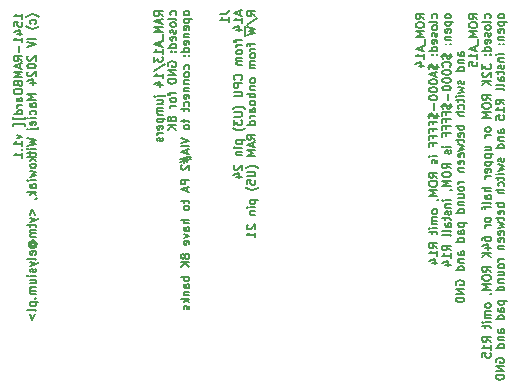
<source format=gbo>
G04 #@! TF.GenerationSoftware,KiCad,Pcbnew,(6.0.5)*
G04 #@! TF.CreationDate,2024-04-20T13:37:25+02:00*
G04 #@! TF.ProjectId,1541-RAMBoard2-FirstBank,31353431-2d52-4414-9d42-6f617264322d,rev?*
G04 #@! TF.SameCoordinates,Original*
G04 #@! TF.FileFunction,Legend,Bot*
G04 #@! TF.FilePolarity,Positive*
%FSLAX46Y46*%
G04 Gerber Fmt 4.6, Leading zero omitted, Abs format (unit mm)*
G04 Created by KiCad (PCBNEW (6.0.5)) date 2024-04-20 13:37:25*
%MOMM*%
%LPD*%
G01*
G04 APERTURE LIST*
%ADD10C,0.150000*%
%ADD11R,1.700000X1.700000*%
%ADD12O,1.700000X1.700000*%
%ADD13C,2.500000*%
%ADD14R,2.400000X1.600000*%
%ADD15O,2.400000X1.600000*%
%ADD16C,1.600000*%
%ADD17O,1.600000X1.600000*%
G04 APERTURE END LIST*
D10*
X125427666Y-88040166D02*
X125094333Y-87806833D01*
X125427666Y-87640166D02*
X124727666Y-87640166D01*
X124727666Y-87906833D01*
X124761000Y-87973500D01*
X124794333Y-88006833D01*
X124861000Y-88040166D01*
X124961000Y-88040166D01*
X125027666Y-88006833D01*
X125061000Y-87973500D01*
X125094333Y-87906833D01*
X125094333Y-87640166D01*
X125227666Y-88306833D02*
X125227666Y-88640166D01*
X125427666Y-88240166D02*
X124727666Y-88473500D01*
X125427666Y-88706833D01*
X125427666Y-88940166D02*
X124727666Y-88940166D01*
X125227666Y-89173500D01*
X124727666Y-89406833D01*
X125427666Y-89406833D01*
X125494333Y-89573500D02*
X125494333Y-90106833D01*
X125227666Y-90240166D02*
X125227666Y-90573500D01*
X125427666Y-90173500D02*
X124727666Y-90406833D01*
X125427666Y-90640166D01*
X125427666Y-91240166D02*
X125427666Y-90840166D01*
X125427666Y-91040166D02*
X124727666Y-91040166D01*
X124827666Y-90973500D01*
X124894333Y-90906833D01*
X124927666Y-90840166D01*
X124727666Y-91473500D02*
X124727666Y-91906833D01*
X124994333Y-91673500D01*
X124994333Y-91773500D01*
X125027666Y-91840166D01*
X125061000Y-91873500D01*
X125127666Y-91906833D01*
X125294333Y-91906833D01*
X125361000Y-91873500D01*
X125394333Y-91840166D01*
X125427666Y-91773500D01*
X125427666Y-91573500D01*
X125394333Y-91506833D01*
X125361000Y-91473500D01*
X124694333Y-92706833D02*
X125594333Y-92106833D01*
X125427666Y-93306833D02*
X125427666Y-92906833D01*
X125427666Y-93106833D02*
X124727666Y-93106833D01*
X124827666Y-93040166D01*
X124894333Y-92973500D01*
X124927666Y-92906833D01*
X124961000Y-93906833D02*
X125427666Y-93906833D01*
X124694333Y-93740166D02*
X125194333Y-93573500D01*
X125194333Y-94006833D01*
X124961000Y-94806833D02*
X125561000Y-94806833D01*
X125627666Y-94773500D01*
X125661000Y-94706833D01*
X125661000Y-94673500D01*
X124727666Y-94806833D02*
X124761000Y-94773500D01*
X124794333Y-94806833D01*
X124761000Y-94840166D01*
X124727666Y-94806833D01*
X124794333Y-94806833D01*
X124961000Y-95440166D02*
X125427666Y-95440166D01*
X124961000Y-95140166D02*
X125327666Y-95140166D01*
X125394333Y-95173500D01*
X125427666Y-95240166D01*
X125427666Y-95340166D01*
X125394333Y-95406833D01*
X125361000Y-95440166D01*
X125427666Y-95773500D02*
X124961000Y-95773500D01*
X125027666Y-95773500D02*
X124994333Y-95806833D01*
X124961000Y-95873500D01*
X124961000Y-95973500D01*
X124994333Y-96040166D01*
X125061000Y-96073500D01*
X125427666Y-96073500D01*
X125061000Y-96073500D02*
X124994333Y-96106833D01*
X124961000Y-96173500D01*
X124961000Y-96273500D01*
X124994333Y-96340166D01*
X125061000Y-96373500D01*
X125427666Y-96373500D01*
X124961000Y-96706833D02*
X125661000Y-96706833D01*
X124994333Y-96706833D02*
X124961000Y-96773500D01*
X124961000Y-96906833D01*
X124994333Y-96973500D01*
X125027666Y-97006833D01*
X125094333Y-97040166D01*
X125294333Y-97040166D01*
X125361000Y-97006833D01*
X125394333Y-96973500D01*
X125427666Y-96906833D01*
X125427666Y-96773500D01*
X125394333Y-96706833D01*
X125394333Y-97606833D02*
X125427666Y-97540166D01*
X125427666Y-97406833D01*
X125394333Y-97340166D01*
X125327666Y-97306833D01*
X125061000Y-97306833D01*
X124994333Y-97340166D01*
X124961000Y-97406833D01*
X124961000Y-97540166D01*
X124994333Y-97606833D01*
X125061000Y-97640166D01*
X125127666Y-97640166D01*
X125194333Y-97306833D01*
X125427666Y-97940166D02*
X124961000Y-97940166D01*
X125094333Y-97940166D02*
X125027666Y-97973500D01*
X124994333Y-98006833D01*
X124961000Y-98073500D01*
X124961000Y-98140166D01*
X125394333Y-98340166D02*
X125427666Y-98406833D01*
X125427666Y-98540166D01*
X125394333Y-98606833D01*
X125327666Y-98640166D01*
X125294333Y-98640166D01*
X125227666Y-98606833D01*
X125194333Y-98540166D01*
X125194333Y-98440166D01*
X125161000Y-98373500D01*
X125094333Y-98340166D01*
X125061000Y-98340166D01*
X124994333Y-98373500D01*
X124961000Y-98440166D01*
X124961000Y-98540166D01*
X124994333Y-98606833D01*
X126521333Y-87940166D02*
X126554666Y-87873500D01*
X126554666Y-87740166D01*
X126521333Y-87673500D01*
X126488000Y-87640166D01*
X126421333Y-87606833D01*
X126221333Y-87606833D01*
X126154666Y-87640166D01*
X126121333Y-87673500D01*
X126088000Y-87740166D01*
X126088000Y-87873500D01*
X126121333Y-87940166D01*
X126554666Y-88340166D02*
X126521333Y-88273500D01*
X126454666Y-88240166D01*
X125854666Y-88240166D01*
X126554666Y-88706833D02*
X126521333Y-88640166D01*
X126488000Y-88606833D01*
X126421333Y-88573500D01*
X126221333Y-88573500D01*
X126154666Y-88606833D01*
X126121333Y-88640166D01*
X126088000Y-88706833D01*
X126088000Y-88806833D01*
X126121333Y-88873500D01*
X126154666Y-88906833D01*
X126221333Y-88940166D01*
X126421333Y-88940166D01*
X126488000Y-88906833D01*
X126521333Y-88873500D01*
X126554666Y-88806833D01*
X126554666Y-88706833D01*
X126521333Y-89206833D02*
X126554666Y-89273500D01*
X126554666Y-89406833D01*
X126521333Y-89473500D01*
X126454666Y-89506833D01*
X126421333Y-89506833D01*
X126354666Y-89473500D01*
X126321333Y-89406833D01*
X126321333Y-89306833D01*
X126288000Y-89240166D01*
X126221333Y-89206833D01*
X126188000Y-89206833D01*
X126121333Y-89240166D01*
X126088000Y-89306833D01*
X126088000Y-89406833D01*
X126121333Y-89473500D01*
X126521333Y-90073500D02*
X126554666Y-90006833D01*
X126554666Y-89873500D01*
X126521333Y-89806833D01*
X126454666Y-89773500D01*
X126188000Y-89773500D01*
X126121333Y-89806833D01*
X126088000Y-89873500D01*
X126088000Y-90006833D01*
X126121333Y-90073500D01*
X126188000Y-90106833D01*
X126254666Y-90106833D01*
X126321333Y-89773500D01*
X126554666Y-90706833D02*
X125854666Y-90706833D01*
X126521333Y-90706833D02*
X126554666Y-90640166D01*
X126554666Y-90506833D01*
X126521333Y-90440166D01*
X126488000Y-90406833D01*
X126421333Y-90373500D01*
X126221333Y-90373500D01*
X126154666Y-90406833D01*
X126121333Y-90440166D01*
X126088000Y-90506833D01*
X126088000Y-90640166D01*
X126121333Y-90706833D01*
X126488000Y-91040166D02*
X126521333Y-91073500D01*
X126554666Y-91040166D01*
X126521333Y-91006833D01*
X126488000Y-91040166D01*
X126554666Y-91040166D01*
X126121333Y-91040166D02*
X126154666Y-91073500D01*
X126188000Y-91040166D01*
X126154666Y-91006833D01*
X126121333Y-91040166D01*
X126188000Y-91040166D01*
X125888000Y-92273500D02*
X125854666Y-92206833D01*
X125854666Y-92106833D01*
X125888000Y-92006833D01*
X125954666Y-91940166D01*
X126021333Y-91906833D01*
X126154666Y-91873500D01*
X126254666Y-91873500D01*
X126388000Y-91906833D01*
X126454666Y-91940166D01*
X126521333Y-92006833D01*
X126554666Y-92106833D01*
X126554666Y-92173500D01*
X126521333Y-92273500D01*
X126488000Y-92306833D01*
X126254666Y-92306833D01*
X126254666Y-92173500D01*
X126554666Y-92606833D02*
X125854666Y-92606833D01*
X126554666Y-93006833D01*
X125854666Y-93006833D01*
X126554666Y-93340166D02*
X125854666Y-93340166D01*
X125854666Y-93506833D01*
X125888000Y-93606833D01*
X125954666Y-93673500D01*
X126021333Y-93706833D01*
X126154666Y-93740166D01*
X126254666Y-93740166D01*
X126388000Y-93706833D01*
X126454666Y-93673500D01*
X126521333Y-93606833D01*
X126554666Y-93506833D01*
X126554666Y-93340166D01*
X126088000Y-94473500D02*
X126088000Y-94740166D01*
X126554666Y-94573500D02*
X125954666Y-94573500D01*
X125888000Y-94606833D01*
X125854666Y-94673500D01*
X125854666Y-94740166D01*
X126554666Y-95073500D02*
X126521333Y-95006833D01*
X126488000Y-94973500D01*
X126421333Y-94940166D01*
X126221333Y-94940166D01*
X126154666Y-94973500D01*
X126121333Y-95006833D01*
X126088000Y-95073500D01*
X126088000Y-95173500D01*
X126121333Y-95240166D01*
X126154666Y-95273500D01*
X126221333Y-95306833D01*
X126421333Y-95306833D01*
X126488000Y-95273500D01*
X126521333Y-95240166D01*
X126554666Y-95173500D01*
X126554666Y-95073500D01*
X126554666Y-95606833D02*
X126088000Y-95606833D01*
X126221333Y-95606833D02*
X126154666Y-95640166D01*
X126121333Y-95673500D01*
X126088000Y-95740166D01*
X126088000Y-95806833D01*
X126154666Y-96673500D02*
X126121333Y-96606833D01*
X126088000Y-96573500D01*
X126021333Y-96540166D01*
X125988000Y-96540166D01*
X125921333Y-96573500D01*
X125888000Y-96606833D01*
X125854666Y-96673500D01*
X125854666Y-96806833D01*
X125888000Y-96873500D01*
X125921333Y-96906833D01*
X125988000Y-96940166D01*
X126021333Y-96940166D01*
X126088000Y-96906833D01*
X126121333Y-96873500D01*
X126154666Y-96806833D01*
X126154666Y-96673500D01*
X126188000Y-96606833D01*
X126221333Y-96573500D01*
X126288000Y-96540166D01*
X126421333Y-96540166D01*
X126488000Y-96573500D01*
X126521333Y-96606833D01*
X126554666Y-96673500D01*
X126554666Y-96806833D01*
X126521333Y-96873500D01*
X126488000Y-96906833D01*
X126421333Y-96940166D01*
X126288000Y-96940166D01*
X126221333Y-96906833D01*
X126188000Y-96873500D01*
X126154666Y-96806833D01*
X126554666Y-97240166D02*
X125854666Y-97240166D01*
X126554666Y-97640166D02*
X126154666Y-97340166D01*
X125854666Y-97640166D02*
X126254666Y-97240166D01*
X127681666Y-87740166D02*
X127648333Y-87673500D01*
X127615000Y-87640166D01*
X127548333Y-87606833D01*
X127348333Y-87606833D01*
X127281666Y-87640166D01*
X127248333Y-87673500D01*
X127215000Y-87740166D01*
X127215000Y-87840166D01*
X127248333Y-87906833D01*
X127281666Y-87940166D01*
X127348333Y-87973500D01*
X127548333Y-87973500D01*
X127615000Y-87940166D01*
X127648333Y-87906833D01*
X127681666Y-87840166D01*
X127681666Y-87740166D01*
X127215000Y-88273500D02*
X127915000Y-88273500D01*
X127248333Y-88273500D02*
X127215000Y-88340166D01*
X127215000Y-88473500D01*
X127248333Y-88540166D01*
X127281666Y-88573500D01*
X127348333Y-88606833D01*
X127548333Y-88606833D01*
X127615000Y-88573500D01*
X127648333Y-88540166D01*
X127681666Y-88473500D01*
X127681666Y-88340166D01*
X127648333Y-88273500D01*
X127648333Y-89173500D02*
X127681666Y-89106833D01*
X127681666Y-88973500D01*
X127648333Y-88906833D01*
X127581666Y-88873500D01*
X127315000Y-88873500D01*
X127248333Y-88906833D01*
X127215000Y-88973500D01*
X127215000Y-89106833D01*
X127248333Y-89173500D01*
X127315000Y-89206833D01*
X127381666Y-89206833D01*
X127448333Y-88873500D01*
X127215000Y-89506833D02*
X127681666Y-89506833D01*
X127281666Y-89506833D02*
X127248333Y-89540166D01*
X127215000Y-89606833D01*
X127215000Y-89706833D01*
X127248333Y-89773500D01*
X127315000Y-89806833D01*
X127681666Y-89806833D01*
X127648333Y-90406833D02*
X127681666Y-90340166D01*
X127681666Y-90206833D01*
X127648333Y-90140166D01*
X127581666Y-90106833D01*
X127315000Y-90106833D01*
X127248333Y-90140166D01*
X127215000Y-90206833D01*
X127215000Y-90340166D01*
X127248333Y-90406833D01*
X127315000Y-90440166D01*
X127381666Y-90440166D01*
X127448333Y-90106833D01*
X127681666Y-91040166D02*
X126981666Y-91040166D01*
X127648333Y-91040166D02*
X127681666Y-90973500D01*
X127681666Y-90840166D01*
X127648333Y-90773500D01*
X127615000Y-90740166D01*
X127548333Y-90706833D01*
X127348333Y-90706833D01*
X127281666Y-90740166D01*
X127248333Y-90773500D01*
X127215000Y-90840166D01*
X127215000Y-90973500D01*
X127248333Y-91040166D01*
X127615000Y-91373500D02*
X127648333Y-91406833D01*
X127681666Y-91373500D01*
X127648333Y-91340166D01*
X127615000Y-91373500D01*
X127681666Y-91373500D01*
X127248333Y-91373500D02*
X127281666Y-91406833D01*
X127315000Y-91373500D01*
X127281666Y-91340166D01*
X127248333Y-91373500D01*
X127315000Y-91373500D01*
X127648333Y-92540166D02*
X127681666Y-92473500D01*
X127681666Y-92340166D01*
X127648333Y-92273500D01*
X127615000Y-92240166D01*
X127548333Y-92206833D01*
X127348333Y-92206833D01*
X127281666Y-92240166D01*
X127248333Y-92273500D01*
X127215000Y-92340166D01*
X127215000Y-92473500D01*
X127248333Y-92540166D01*
X127681666Y-92940166D02*
X127648333Y-92873500D01*
X127615000Y-92840166D01*
X127548333Y-92806833D01*
X127348333Y-92806833D01*
X127281666Y-92840166D01*
X127248333Y-92873500D01*
X127215000Y-92940166D01*
X127215000Y-93040166D01*
X127248333Y-93106833D01*
X127281666Y-93140166D01*
X127348333Y-93173500D01*
X127548333Y-93173500D01*
X127615000Y-93140166D01*
X127648333Y-93106833D01*
X127681666Y-93040166D01*
X127681666Y-92940166D01*
X127215000Y-93473500D02*
X127681666Y-93473500D01*
X127281666Y-93473500D02*
X127248333Y-93506833D01*
X127215000Y-93573500D01*
X127215000Y-93673500D01*
X127248333Y-93740166D01*
X127315000Y-93773500D01*
X127681666Y-93773500D01*
X127215000Y-94106833D02*
X127681666Y-94106833D01*
X127281666Y-94106833D02*
X127248333Y-94140166D01*
X127215000Y-94206833D01*
X127215000Y-94306833D01*
X127248333Y-94373500D01*
X127315000Y-94406833D01*
X127681666Y-94406833D01*
X127648333Y-95006833D02*
X127681666Y-94940166D01*
X127681666Y-94806833D01*
X127648333Y-94740166D01*
X127581666Y-94706833D01*
X127315000Y-94706833D01*
X127248333Y-94740166D01*
X127215000Y-94806833D01*
X127215000Y-94940166D01*
X127248333Y-95006833D01*
X127315000Y-95040166D01*
X127381666Y-95040166D01*
X127448333Y-94706833D01*
X127648333Y-95640166D02*
X127681666Y-95573500D01*
X127681666Y-95440166D01*
X127648333Y-95373500D01*
X127615000Y-95340166D01*
X127548333Y-95306833D01*
X127348333Y-95306833D01*
X127281666Y-95340166D01*
X127248333Y-95373500D01*
X127215000Y-95440166D01*
X127215000Y-95573500D01*
X127248333Y-95640166D01*
X127215000Y-95840166D02*
X127215000Y-96106833D01*
X126981666Y-95940166D02*
X127581666Y-95940166D01*
X127648333Y-95973500D01*
X127681666Y-96040166D01*
X127681666Y-96106833D01*
X127215000Y-96773499D02*
X127215000Y-97040166D01*
X126981666Y-96873499D02*
X127581666Y-96873499D01*
X127648333Y-96906833D01*
X127681666Y-96973499D01*
X127681666Y-97040166D01*
X127681666Y-97373499D02*
X127648333Y-97306833D01*
X127615000Y-97273499D01*
X127548333Y-97240166D01*
X127348333Y-97240166D01*
X127281666Y-97273499D01*
X127248333Y-97306833D01*
X127215000Y-97373499D01*
X127215000Y-97473499D01*
X127248333Y-97540166D01*
X127281666Y-97573499D01*
X127348333Y-97606833D01*
X127548333Y-97606833D01*
X127615000Y-97573499D01*
X127648333Y-97540166D01*
X127681666Y-97473499D01*
X127681666Y-97373499D01*
X126981666Y-98340166D02*
X127681666Y-98573500D01*
X126981666Y-98806833D01*
X127681666Y-99040166D02*
X126981666Y-99040166D01*
X127481666Y-99340166D02*
X127481666Y-99673500D01*
X127681666Y-99273500D02*
X126981666Y-99506833D01*
X127681666Y-99740166D01*
X127215000Y-99940166D02*
X127215000Y-100440166D01*
X126915000Y-100140166D02*
X127815000Y-99940166D01*
X127515000Y-100373500D02*
X127515000Y-99873500D01*
X127815000Y-100173500D02*
X126915000Y-100373500D01*
X127048333Y-100640166D02*
X127015000Y-100673500D01*
X126981666Y-100740166D01*
X126981666Y-100906833D01*
X127015000Y-100973500D01*
X127048333Y-101006833D01*
X127115000Y-101040166D01*
X127181666Y-101040166D01*
X127281666Y-101006833D01*
X127681666Y-100606833D01*
X127681666Y-101040166D01*
X127681666Y-101873500D02*
X126981666Y-101873500D01*
X126981666Y-102140166D01*
X127015000Y-102206833D01*
X127048333Y-102240166D01*
X127115000Y-102273500D01*
X127215000Y-102273500D01*
X127281666Y-102240166D01*
X127315000Y-102206833D01*
X127348333Y-102140166D01*
X127348333Y-101873500D01*
X127481666Y-102540166D02*
X127481666Y-102873500D01*
X127681666Y-102473500D02*
X126981666Y-102706833D01*
X127681666Y-102940166D01*
X127215000Y-103606833D02*
X127215000Y-103873500D01*
X126981666Y-103706833D02*
X127581666Y-103706833D01*
X127648333Y-103740166D01*
X127681666Y-103806833D01*
X127681666Y-103873500D01*
X127681666Y-104206833D02*
X127648333Y-104140166D01*
X127615000Y-104106833D01*
X127548333Y-104073500D01*
X127348333Y-104073500D01*
X127281666Y-104106833D01*
X127248333Y-104140166D01*
X127215000Y-104206833D01*
X127215000Y-104306833D01*
X127248333Y-104373500D01*
X127281666Y-104406833D01*
X127348333Y-104440166D01*
X127548333Y-104440166D01*
X127615000Y-104406833D01*
X127648333Y-104373500D01*
X127681666Y-104306833D01*
X127681666Y-104206833D01*
X127681666Y-105273500D02*
X126981666Y-105273500D01*
X127681666Y-105573500D02*
X127315000Y-105573500D01*
X127248333Y-105540166D01*
X127215000Y-105473500D01*
X127215000Y-105373500D01*
X127248333Y-105306833D01*
X127281666Y-105273500D01*
X127681666Y-106206833D02*
X127315000Y-106206833D01*
X127248333Y-106173500D01*
X127215000Y-106106833D01*
X127215000Y-105973500D01*
X127248333Y-105906833D01*
X127648333Y-106206833D02*
X127681666Y-106140166D01*
X127681666Y-105973500D01*
X127648333Y-105906833D01*
X127581666Y-105873500D01*
X127515000Y-105873500D01*
X127448333Y-105906833D01*
X127415000Y-105973500D01*
X127415000Y-106140166D01*
X127381666Y-106206833D01*
X127215000Y-106473500D02*
X127681666Y-106640166D01*
X127215000Y-106806833D01*
X127648333Y-107340166D02*
X127681666Y-107273500D01*
X127681666Y-107140166D01*
X127648333Y-107073500D01*
X127581666Y-107040166D01*
X127315000Y-107040166D01*
X127248333Y-107073500D01*
X127215000Y-107140166D01*
X127215000Y-107273500D01*
X127248333Y-107340166D01*
X127315000Y-107373500D01*
X127381666Y-107373500D01*
X127448333Y-107040166D01*
X127281666Y-108306833D02*
X127248333Y-108240166D01*
X127215000Y-108206833D01*
X127148333Y-108173500D01*
X127115000Y-108173500D01*
X127048333Y-108206833D01*
X127015000Y-108240166D01*
X126981666Y-108306833D01*
X126981666Y-108440166D01*
X127015000Y-108506833D01*
X127048333Y-108540166D01*
X127115000Y-108573500D01*
X127148333Y-108573500D01*
X127215000Y-108540166D01*
X127248333Y-108506833D01*
X127281666Y-108440166D01*
X127281666Y-108306833D01*
X127315000Y-108240166D01*
X127348333Y-108206833D01*
X127415000Y-108173500D01*
X127548333Y-108173500D01*
X127615000Y-108206833D01*
X127648333Y-108240166D01*
X127681666Y-108306833D01*
X127681666Y-108440166D01*
X127648333Y-108506833D01*
X127615000Y-108540166D01*
X127548333Y-108573500D01*
X127415000Y-108573500D01*
X127348333Y-108540166D01*
X127315000Y-108506833D01*
X127281666Y-108440166D01*
X127681666Y-108873500D02*
X126981666Y-108873500D01*
X127681666Y-109273500D02*
X127281666Y-108973500D01*
X126981666Y-109273500D02*
X127381666Y-108873500D01*
X127681666Y-110106833D02*
X126981666Y-110106833D01*
X127248333Y-110106833D02*
X127215000Y-110173500D01*
X127215000Y-110306833D01*
X127248333Y-110373500D01*
X127281666Y-110406833D01*
X127348333Y-110440166D01*
X127548333Y-110440166D01*
X127615000Y-110406833D01*
X127648333Y-110373500D01*
X127681666Y-110306833D01*
X127681666Y-110173500D01*
X127648333Y-110106833D01*
X127681666Y-111040166D02*
X127315000Y-111040166D01*
X127248333Y-111006833D01*
X127215000Y-110940166D01*
X127215000Y-110806833D01*
X127248333Y-110740166D01*
X127648333Y-111040166D02*
X127681666Y-110973500D01*
X127681666Y-110806833D01*
X127648333Y-110740166D01*
X127581666Y-110706833D01*
X127515000Y-110706833D01*
X127448333Y-110740166D01*
X127415000Y-110806833D01*
X127415000Y-110973500D01*
X127381666Y-111040166D01*
X127215000Y-111373500D02*
X127681666Y-111373500D01*
X127281666Y-111373500D02*
X127248333Y-111406833D01*
X127215000Y-111473500D01*
X127215000Y-111573500D01*
X127248333Y-111640166D01*
X127315000Y-111673500D01*
X127681666Y-111673500D01*
X127681666Y-112006833D02*
X126981666Y-112006833D01*
X127415000Y-112073500D02*
X127681666Y-112273500D01*
X127215000Y-112273500D02*
X127481666Y-112006833D01*
X127648333Y-112540166D02*
X127681666Y-112606833D01*
X127681666Y-112740166D01*
X127648333Y-112806833D01*
X127581666Y-112840166D01*
X127548333Y-112840166D01*
X127481666Y-112806833D01*
X127448333Y-112740166D01*
X127448333Y-112640166D01*
X127415000Y-112573500D01*
X127348333Y-112540166D01*
X127315000Y-112540166D01*
X127248333Y-112573500D01*
X127215000Y-112640166D01*
X127215000Y-112740166D01*
X127248333Y-112806833D01*
X147557666Y-88294166D02*
X147224333Y-88060833D01*
X147557666Y-87894166D02*
X146857666Y-87894166D01*
X146857666Y-88160833D01*
X146891000Y-88227500D01*
X146924333Y-88260833D01*
X146991000Y-88294166D01*
X147091000Y-88294166D01*
X147157666Y-88260833D01*
X147191000Y-88227500D01*
X147224333Y-88160833D01*
X147224333Y-87894166D01*
X146857666Y-88727500D02*
X146857666Y-88860833D01*
X146891000Y-88927500D01*
X146957666Y-88994166D01*
X147091000Y-89027500D01*
X147324333Y-89027500D01*
X147457666Y-88994166D01*
X147524333Y-88927500D01*
X147557666Y-88860833D01*
X147557666Y-88727500D01*
X147524333Y-88660833D01*
X147457666Y-88594166D01*
X147324333Y-88560833D01*
X147091000Y-88560833D01*
X146957666Y-88594166D01*
X146891000Y-88660833D01*
X146857666Y-88727500D01*
X147557666Y-89327500D02*
X146857666Y-89327500D01*
X147357666Y-89560833D01*
X146857666Y-89794166D01*
X147557666Y-89794166D01*
X147624333Y-89960833D02*
X147624333Y-90494166D01*
X147357666Y-90627500D02*
X147357666Y-90960833D01*
X147557666Y-90560833D02*
X146857666Y-90794166D01*
X147557666Y-91027500D01*
X147557666Y-91627500D02*
X147557666Y-91227500D01*
X147557666Y-91427500D02*
X146857666Y-91427500D01*
X146957666Y-91360833D01*
X147024333Y-91294166D01*
X147057666Y-91227500D01*
X147091000Y-92227500D02*
X147557666Y-92227500D01*
X146824333Y-92060833D02*
X147324333Y-91894166D01*
X147324333Y-92327500D01*
X148651333Y-88194166D02*
X148684666Y-88127500D01*
X148684666Y-87994166D01*
X148651333Y-87927500D01*
X148618000Y-87894166D01*
X148551333Y-87860833D01*
X148351333Y-87860833D01*
X148284666Y-87894166D01*
X148251333Y-87927500D01*
X148218000Y-87994166D01*
X148218000Y-88127500D01*
X148251333Y-88194166D01*
X148684666Y-88594166D02*
X148651333Y-88527500D01*
X148584666Y-88494166D01*
X147984666Y-88494166D01*
X148684666Y-88960833D02*
X148651333Y-88894166D01*
X148618000Y-88860833D01*
X148551333Y-88827500D01*
X148351333Y-88827500D01*
X148284666Y-88860833D01*
X148251333Y-88894166D01*
X148218000Y-88960833D01*
X148218000Y-89060833D01*
X148251333Y-89127500D01*
X148284666Y-89160833D01*
X148351333Y-89194166D01*
X148551333Y-89194166D01*
X148618000Y-89160833D01*
X148651333Y-89127500D01*
X148684666Y-89060833D01*
X148684666Y-88960833D01*
X148651333Y-89460833D02*
X148684666Y-89527500D01*
X148684666Y-89660833D01*
X148651333Y-89727500D01*
X148584666Y-89760833D01*
X148551333Y-89760833D01*
X148484666Y-89727500D01*
X148451333Y-89660833D01*
X148451333Y-89560833D01*
X148418000Y-89494166D01*
X148351333Y-89460833D01*
X148318000Y-89460833D01*
X148251333Y-89494166D01*
X148218000Y-89560833D01*
X148218000Y-89660833D01*
X148251333Y-89727500D01*
X148651333Y-90327500D02*
X148684666Y-90260833D01*
X148684666Y-90127500D01*
X148651333Y-90060833D01*
X148584666Y-90027500D01*
X148318000Y-90027500D01*
X148251333Y-90060833D01*
X148218000Y-90127500D01*
X148218000Y-90260833D01*
X148251333Y-90327500D01*
X148318000Y-90360833D01*
X148384666Y-90360833D01*
X148451333Y-90027500D01*
X148684666Y-90960833D02*
X147984666Y-90960833D01*
X148651333Y-90960833D02*
X148684666Y-90894166D01*
X148684666Y-90760833D01*
X148651333Y-90694166D01*
X148618000Y-90660833D01*
X148551333Y-90627500D01*
X148351333Y-90627500D01*
X148284666Y-90660833D01*
X148251333Y-90694166D01*
X148218000Y-90760833D01*
X148218000Y-90894166D01*
X148251333Y-90960833D01*
X148618000Y-91294166D02*
X148651333Y-91327500D01*
X148684666Y-91294166D01*
X148651333Y-91260833D01*
X148618000Y-91294166D01*
X148684666Y-91294166D01*
X148251333Y-91294166D02*
X148284666Y-91327500D01*
X148318000Y-91294166D01*
X148284666Y-91260833D01*
X148251333Y-91294166D01*
X148318000Y-91294166D01*
X148651333Y-92127500D02*
X148684666Y-92227500D01*
X148684666Y-92394166D01*
X148651333Y-92460833D01*
X148618000Y-92494166D01*
X148551333Y-92527500D01*
X148484666Y-92527500D01*
X148418000Y-92494166D01*
X148384666Y-92460833D01*
X148351333Y-92394166D01*
X148318000Y-92260833D01*
X148284666Y-92194166D01*
X148251333Y-92160833D01*
X148184666Y-92127500D01*
X148118000Y-92127500D01*
X148051333Y-92160833D01*
X148018000Y-92194166D01*
X147984666Y-92260833D01*
X147984666Y-92427500D01*
X148018000Y-92527500D01*
X147884666Y-92327500D02*
X148784666Y-92327500D01*
X148484666Y-92794166D02*
X148484666Y-93127500D01*
X148684666Y-92727500D02*
X147984666Y-92960833D01*
X148684666Y-93194166D01*
X147984666Y-93560833D02*
X147984666Y-93627500D01*
X148018000Y-93694166D01*
X148051333Y-93727500D01*
X148118000Y-93760833D01*
X148251333Y-93794166D01*
X148418000Y-93794166D01*
X148551333Y-93760833D01*
X148618000Y-93727500D01*
X148651333Y-93694166D01*
X148684666Y-93627500D01*
X148684666Y-93560833D01*
X148651333Y-93494166D01*
X148618000Y-93460833D01*
X148551333Y-93427500D01*
X148418000Y-93394166D01*
X148251333Y-93394166D01*
X148118000Y-93427500D01*
X148051333Y-93460833D01*
X148018000Y-93494166D01*
X147984666Y-93560833D01*
X147984666Y-94227500D02*
X147984666Y-94294166D01*
X148018000Y-94360833D01*
X148051333Y-94394166D01*
X148118000Y-94427500D01*
X148251333Y-94460833D01*
X148418000Y-94460833D01*
X148551333Y-94427500D01*
X148618000Y-94394166D01*
X148651333Y-94360833D01*
X148684666Y-94294166D01*
X148684666Y-94227500D01*
X148651333Y-94160833D01*
X148618000Y-94127500D01*
X148551333Y-94094166D01*
X148418000Y-94060833D01*
X148251333Y-94060833D01*
X148118000Y-94094166D01*
X148051333Y-94127500D01*
X148018000Y-94160833D01*
X147984666Y-94227500D01*
X147984666Y-94894166D02*
X147984666Y-94960833D01*
X148018000Y-95027500D01*
X148051333Y-95060833D01*
X148118000Y-95094166D01*
X148251333Y-95127500D01*
X148418000Y-95127500D01*
X148551333Y-95094166D01*
X148618000Y-95060833D01*
X148651333Y-95027500D01*
X148684666Y-94960833D01*
X148684666Y-94894166D01*
X148651333Y-94827500D01*
X148618000Y-94794166D01*
X148551333Y-94760833D01*
X148418000Y-94727500D01*
X148251333Y-94727500D01*
X148118000Y-94760833D01*
X148051333Y-94794166D01*
X148018000Y-94827500D01*
X147984666Y-94894166D01*
X148418000Y-95427500D02*
X148418000Y-95960833D01*
X148651333Y-96260833D02*
X148684666Y-96360833D01*
X148684666Y-96527500D01*
X148651333Y-96594166D01*
X148618000Y-96627500D01*
X148551333Y-96660833D01*
X148484666Y-96660833D01*
X148418000Y-96627500D01*
X148384666Y-96594166D01*
X148351333Y-96527500D01*
X148318000Y-96394166D01*
X148284666Y-96327500D01*
X148251333Y-96294166D01*
X148184666Y-96260833D01*
X148118000Y-96260833D01*
X148051333Y-96294166D01*
X148018000Y-96327500D01*
X147984666Y-96394166D01*
X147984666Y-96560833D01*
X148018000Y-96660833D01*
X147884666Y-96460833D02*
X148784666Y-96460833D01*
X148318000Y-97194166D02*
X148318000Y-96960833D01*
X148684666Y-96960833D02*
X147984666Y-96960833D01*
X147984666Y-97294166D01*
X148318000Y-97794166D02*
X148318000Y-97560833D01*
X148684666Y-97560833D02*
X147984666Y-97560833D01*
X147984666Y-97894166D01*
X148318000Y-98394166D02*
X148318000Y-98160833D01*
X148684666Y-98160833D02*
X147984666Y-98160833D01*
X147984666Y-98494166D01*
X148318000Y-98994166D02*
X148318000Y-98760833D01*
X148684666Y-98760833D02*
X147984666Y-98760833D01*
X147984666Y-99094166D01*
X148684666Y-99894166D02*
X148218000Y-99894166D01*
X147984666Y-99894166D02*
X148018000Y-99860833D01*
X148051333Y-99894166D01*
X148018000Y-99927500D01*
X147984666Y-99894166D01*
X148051333Y-99894166D01*
X148651333Y-100194166D02*
X148684666Y-100260833D01*
X148684666Y-100394166D01*
X148651333Y-100460833D01*
X148584666Y-100494166D01*
X148551333Y-100494166D01*
X148484666Y-100460833D01*
X148451333Y-100394166D01*
X148451333Y-100294166D01*
X148418000Y-100227500D01*
X148351333Y-100194166D01*
X148318000Y-100194166D01*
X148251333Y-100227500D01*
X148218000Y-100294166D01*
X148218000Y-100394166D01*
X148251333Y-100460833D01*
X148684666Y-101727500D02*
X148351333Y-101494166D01*
X148684666Y-101327500D02*
X147984666Y-101327500D01*
X147984666Y-101594166D01*
X148018000Y-101660833D01*
X148051333Y-101694166D01*
X148118000Y-101727500D01*
X148218000Y-101727500D01*
X148284666Y-101694166D01*
X148318000Y-101660833D01*
X148351333Y-101594166D01*
X148351333Y-101327500D01*
X147984666Y-102160833D02*
X147984666Y-102294166D01*
X148018000Y-102360833D01*
X148084666Y-102427500D01*
X148218000Y-102460833D01*
X148451333Y-102460833D01*
X148584666Y-102427500D01*
X148651333Y-102360833D01*
X148684666Y-102294166D01*
X148684666Y-102160833D01*
X148651333Y-102094166D01*
X148584666Y-102027500D01*
X148451333Y-101994166D01*
X148218000Y-101994166D01*
X148084666Y-102027500D01*
X148018000Y-102094166D01*
X147984666Y-102160833D01*
X148684666Y-102760833D02*
X147984666Y-102760833D01*
X148484666Y-102994166D01*
X147984666Y-103227500D01*
X148684666Y-103227500D01*
X148651333Y-103594166D02*
X148684666Y-103594166D01*
X148751333Y-103560833D01*
X148784666Y-103527500D01*
X148684666Y-104527500D02*
X148651333Y-104460833D01*
X148618000Y-104427500D01*
X148551333Y-104394166D01*
X148351333Y-104394166D01*
X148284666Y-104427500D01*
X148251333Y-104460833D01*
X148218000Y-104527500D01*
X148218000Y-104627500D01*
X148251333Y-104694166D01*
X148284666Y-104727500D01*
X148351333Y-104760833D01*
X148551333Y-104760833D01*
X148618000Y-104727500D01*
X148651333Y-104694166D01*
X148684666Y-104627500D01*
X148684666Y-104527500D01*
X148684666Y-105060833D02*
X148218000Y-105060833D01*
X148284666Y-105060833D02*
X148251333Y-105094166D01*
X148218000Y-105160833D01*
X148218000Y-105260833D01*
X148251333Y-105327500D01*
X148318000Y-105360833D01*
X148684666Y-105360833D01*
X148318000Y-105360833D02*
X148251333Y-105394166D01*
X148218000Y-105460833D01*
X148218000Y-105560833D01*
X148251333Y-105627500D01*
X148318000Y-105660833D01*
X148684666Y-105660833D01*
X148684666Y-105994166D02*
X148218000Y-105994166D01*
X147984666Y-105994166D02*
X148018000Y-105960833D01*
X148051333Y-105994166D01*
X148018000Y-106027500D01*
X147984666Y-105994166D01*
X148051333Y-105994166D01*
X148218000Y-106227500D02*
X148218000Y-106494166D01*
X147984666Y-106327500D02*
X148584666Y-106327500D01*
X148651333Y-106360833D01*
X148684666Y-106427500D01*
X148684666Y-106494166D01*
X148684666Y-107660833D02*
X148351333Y-107427500D01*
X148684666Y-107260833D02*
X147984666Y-107260833D01*
X147984666Y-107527500D01*
X148018000Y-107594166D01*
X148051333Y-107627500D01*
X148118000Y-107660833D01*
X148218000Y-107660833D01*
X148284666Y-107627500D01*
X148318000Y-107594166D01*
X148351333Y-107527500D01*
X148351333Y-107260833D01*
X148684666Y-108327499D02*
X148684666Y-107927499D01*
X148684666Y-108127499D02*
X147984666Y-108127499D01*
X148084666Y-108060833D01*
X148151333Y-107994166D01*
X148184666Y-107927499D01*
X148218000Y-108927499D02*
X148684666Y-108927499D01*
X147951333Y-108760833D02*
X148451333Y-108594166D01*
X148451333Y-109027499D01*
X149811666Y-87994166D02*
X149778333Y-87927500D01*
X149745000Y-87894166D01*
X149678333Y-87860833D01*
X149478333Y-87860833D01*
X149411666Y-87894166D01*
X149378333Y-87927500D01*
X149345000Y-87994166D01*
X149345000Y-88094166D01*
X149378333Y-88160833D01*
X149411666Y-88194166D01*
X149478333Y-88227500D01*
X149678333Y-88227500D01*
X149745000Y-88194166D01*
X149778333Y-88160833D01*
X149811666Y-88094166D01*
X149811666Y-87994166D01*
X149345000Y-88527500D02*
X150045000Y-88527500D01*
X149378333Y-88527500D02*
X149345000Y-88594166D01*
X149345000Y-88727500D01*
X149378333Y-88794166D01*
X149411666Y-88827500D01*
X149478333Y-88860833D01*
X149678333Y-88860833D01*
X149745000Y-88827500D01*
X149778333Y-88794166D01*
X149811666Y-88727500D01*
X149811666Y-88594166D01*
X149778333Y-88527500D01*
X149778333Y-89427500D02*
X149811666Y-89360833D01*
X149811666Y-89227500D01*
X149778333Y-89160833D01*
X149711666Y-89127500D01*
X149445000Y-89127500D01*
X149378333Y-89160833D01*
X149345000Y-89227500D01*
X149345000Y-89360833D01*
X149378333Y-89427500D01*
X149445000Y-89460833D01*
X149511666Y-89460833D01*
X149578333Y-89127500D01*
X149345000Y-89760833D02*
X149811666Y-89760833D01*
X149411666Y-89760833D02*
X149378333Y-89794166D01*
X149345000Y-89860833D01*
X149345000Y-89960833D01*
X149378333Y-90027500D01*
X149445000Y-90060833D01*
X149811666Y-90060833D01*
X149745000Y-90394166D02*
X149778333Y-90427500D01*
X149811666Y-90394166D01*
X149778333Y-90360833D01*
X149745000Y-90394166D01*
X149811666Y-90394166D01*
X149378333Y-90394166D02*
X149411666Y-90427500D01*
X149445000Y-90394166D01*
X149411666Y-90360833D01*
X149378333Y-90394166D01*
X149445000Y-90394166D01*
X149778333Y-91227500D02*
X149811666Y-91327500D01*
X149811666Y-91494166D01*
X149778333Y-91560833D01*
X149745000Y-91594166D01*
X149678333Y-91627500D01*
X149611666Y-91627500D01*
X149545000Y-91594166D01*
X149511666Y-91560833D01*
X149478333Y-91494166D01*
X149445000Y-91360833D01*
X149411666Y-91294166D01*
X149378333Y-91260833D01*
X149311666Y-91227500D01*
X149245000Y-91227500D01*
X149178333Y-91260833D01*
X149145000Y-91294166D01*
X149111666Y-91360833D01*
X149111666Y-91527500D01*
X149145000Y-91627500D01*
X149011666Y-91427500D02*
X149911666Y-91427500D01*
X149745000Y-92327500D02*
X149778333Y-92294166D01*
X149811666Y-92194166D01*
X149811666Y-92127500D01*
X149778333Y-92027500D01*
X149711666Y-91960833D01*
X149645000Y-91927500D01*
X149511666Y-91894166D01*
X149411666Y-91894166D01*
X149278333Y-91927500D01*
X149211666Y-91960833D01*
X149145000Y-92027500D01*
X149111666Y-92127500D01*
X149111666Y-92194166D01*
X149145000Y-92294166D01*
X149178333Y-92327500D01*
X149111666Y-92760833D02*
X149111666Y-92827500D01*
X149145000Y-92894166D01*
X149178333Y-92927500D01*
X149245000Y-92960833D01*
X149378333Y-92994166D01*
X149545000Y-92994166D01*
X149678333Y-92960833D01*
X149745000Y-92927500D01*
X149778333Y-92894166D01*
X149811666Y-92827500D01*
X149811666Y-92760833D01*
X149778333Y-92694166D01*
X149745000Y-92660833D01*
X149678333Y-92627500D01*
X149545000Y-92594166D01*
X149378333Y-92594166D01*
X149245000Y-92627500D01*
X149178333Y-92660833D01*
X149145000Y-92694166D01*
X149111666Y-92760833D01*
X149111666Y-93427500D02*
X149111666Y-93494166D01*
X149145000Y-93560833D01*
X149178333Y-93594166D01*
X149245000Y-93627500D01*
X149378333Y-93660833D01*
X149545000Y-93660833D01*
X149678333Y-93627500D01*
X149745000Y-93594166D01*
X149778333Y-93560833D01*
X149811666Y-93494166D01*
X149811666Y-93427500D01*
X149778333Y-93360833D01*
X149745000Y-93327500D01*
X149678333Y-93294166D01*
X149545000Y-93260833D01*
X149378333Y-93260833D01*
X149245000Y-93294166D01*
X149178333Y-93327500D01*
X149145000Y-93360833D01*
X149111666Y-93427500D01*
X149111666Y-94094166D02*
X149111666Y-94160833D01*
X149145000Y-94227500D01*
X149178333Y-94260833D01*
X149245000Y-94294166D01*
X149378333Y-94327500D01*
X149545000Y-94327500D01*
X149678333Y-94294166D01*
X149745000Y-94260833D01*
X149778333Y-94227500D01*
X149811666Y-94160833D01*
X149811666Y-94094166D01*
X149778333Y-94027500D01*
X149745000Y-93994166D01*
X149678333Y-93960833D01*
X149545000Y-93927500D01*
X149378333Y-93927500D01*
X149245000Y-93960833D01*
X149178333Y-93994166D01*
X149145000Y-94027500D01*
X149111666Y-94094166D01*
X149545000Y-94627500D02*
X149545000Y-95160833D01*
X149778333Y-95460833D02*
X149811666Y-95560833D01*
X149811666Y-95727500D01*
X149778333Y-95794166D01*
X149745000Y-95827500D01*
X149678333Y-95860833D01*
X149611666Y-95860833D01*
X149545000Y-95827500D01*
X149511666Y-95794166D01*
X149478333Y-95727500D01*
X149445000Y-95594166D01*
X149411666Y-95527500D01*
X149378333Y-95494166D01*
X149311666Y-95460833D01*
X149245000Y-95460833D01*
X149178333Y-95494166D01*
X149145000Y-95527500D01*
X149111666Y-95594166D01*
X149111666Y-95760833D01*
X149145000Y-95860833D01*
X149011666Y-95660833D02*
X149911666Y-95660833D01*
X149445000Y-96394166D02*
X149445000Y-96160833D01*
X149811666Y-96160833D02*
X149111666Y-96160833D01*
X149111666Y-96494166D01*
X149445000Y-96994166D02*
X149445000Y-96760833D01*
X149811666Y-96760833D02*
X149111666Y-96760833D01*
X149111666Y-97094166D01*
X149445000Y-97594166D02*
X149445000Y-97360833D01*
X149811666Y-97360833D02*
X149111666Y-97360833D01*
X149111666Y-97694166D01*
X149445000Y-98194166D02*
X149445000Y-97960833D01*
X149811666Y-97960833D02*
X149111666Y-97960833D01*
X149111666Y-98294166D01*
X149811666Y-99094166D02*
X149345000Y-99094166D01*
X149111666Y-99094166D02*
X149145000Y-99060833D01*
X149178333Y-99094166D01*
X149145000Y-99127500D01*
X149111666Y-99094166D01*
X149178333Y-99094166D01*
X149778333Y-99394166D02*
X149811666Y-99460833D01*
X149811666Y-99594166D01*
X149778333Y-99660833D01*
X149711666Y-99694166D01*
X149678333Y-99694166D01*
X149611666Y-99660833D01*
X149578333Y-99594166D01*
X149578333Y-99494166D01*
X149545000Y-99427500D01*
X149478333Y-99394166D01*
X149445000Y-99394166D01*
X149378333Y-99427500D01*
X149345000Y-99494166D01*
X149345000Y-99594166D01*
X149378333Y-99660833D01*
X149811666Y-100927500D02*
X149478333Y-100694166D01*
X149811666Y-100527500D02*
X149111666Y-100527500D01*
X149111666Y-100794166D01*
X149145000Y-100860833D01*
X149178333Y-100894166D01*
X149245000Y-100927500D01*
X149345000Y-100927500D01*
X149411666Y-100894166D01*
X149445000Y-100860833D01*
X149478333Y-100794166D01*
X149478333Y-100527500D01*
X149111666Y-101360833D02*
X149111666Y-101494166D01*
X149145000Y-101560833D01*
X149211666Y-101627500D01*
X149345000Y-101660833D01*
X149578333Y-101660833D01*
X149711666Y-101627500D01*
X149778333Y-101560833D01*
X149811666Y-101494166D01*
X149811666Y-101360833D01*
X149778333Y-101294166D01*
X149711666Y-101227500D01*
X149578333Y-101194166D01*
X149345000Y-101194166D01*
X149211666Y-101227500D01*
X149145000Y-101294166D01*
X149111666Y-101360833D01*
X149811666Y-101960833D02*
X149111666Y-101960833D01*
X149611666Y-102194166D01*
X149111666Y-102427500D01*
X149811666Y-102427500D01*
X149778333Y-102794166D02*
X149811666Y-102794166D01*
X149878333Y-102760833D01*
X149911666Y-102727500D01*
X149811666Y-103627499D02*
X149345000Y-103627499D01*
X149111666Y-103627499D02*
X149145000Y-103594166D01*
X149178333Y-103627499D01*
X149145000Y-103660833D01*
X149111666Y-103627499D01*
X149178333Y-103627499D01*
X149345000Y-103960833D02*
X149811666Y-103960833D01*
X149411666Y-103960833D02*
X149378333Y-103994166D01*
X149345000Y-104060833D01*
X149345000Y-104160833D01*
X149378333Y-104227499D01*
X149445000Y-104260833D01*
X149811666Y-104260833D01*
X149778333Y-104560833D02*
X149811666Y-104627499D01*
X149811666Y-104760833D01*
X149778333Y-104827499D01*
X149711666Y-104860833D01*
X149678333Y-104860833D01*
X149611666Y-104827499D01*
X149578333Y-104760833D01*
X149578333Y-104660833D01*
X149545000Y-104594166D01*
X149478333Y-104560833D01*
X149445000Y-104560833D01*
X149378333Y-104594166D01*
X149345000Y-104660833D01*
X149345000Y-104760833D01*
X149378333Y-104827499D01*
X149345000Y-105060833D02*
X149345000Y-105327499D01*
X149111666Y-105160833D02*
X149711666Y-105160833D01*
X149778333Y-105194166D01*
X149811666Y-105260833D01*
X149811666Y-105327499D01*
X149811666Y-105860833D02*
X149445000Y-105860833D01*
X149378333Y-105827499D01*
X149345000Y-105760833D01*
X149345000Y-105627499D01*
X149378333Y-105560833D01*
X149778333Y-105860833D02*
X149811666Y-105794166D01*
X149811666Y-105627499D01*
X149778333Y-105560833D01*
X149711666Y-105527499D01*
X149645000Y-105527499D01*
X149578333Y-105560833D01*
X149545000Y-105627499D01*
X149545000Y-105794166D01*
X149511666Y-105860833D01*
X149811666Y-106294166D02*
X149778333Y-106227499D01*
X149711666Y-106194166D01*
X149111666Y-106194166D01*
X149811666Y-106660833D02*
X149778333Y-106594166D01*
X149711666Y-106560833D01*
X149111666Y-106560833D01*
X149811666Y-107860833D02*
X149478333Y-107627499D01*
X149811666Y-107460833D02*
X149111666Y-107460833D01*
X149111666Y-107727499D01*
X149145000Y-107794166D01*
X149178333Y-107827499D01*
X149245000Y-107860833D01*
X149345000Y-107860833D01*
X149411666Y-107827499D01*
X149445000Y-107794166D01*
X149478333Y-107727499D01*
X149478333Y-107460833D01*
X149811666Y-108527499D02*
X149811666Y-108127499D01*
X149811666Y-108327499D02*
X149111666Y-108327499D01*
X149211666Y-108260833D01*
X149278333Y-108194166D01*
X149311666Y-108127499D01*
X149345000Y-109127499D02*
X149811666Y-109127499D01*
X149078333Y-108960833D02*
X149578333Y-108794166D01*
X149578333Y-109227499D01*
X150938666Y-91394166D02*
X150572000Y-91394166D01*
X150505333Y-91360833D01*
X150472000Y-91294166D01*
X150472000Y-91160833D01*
X150505333Y-91094166D01*
X150905333Y-91394166D02*
X150938666Y-91327500D01*
X150938666Y-91160833D01*
X150905333Y-91094166D01*
X150838666Y-91060833D01*
X150772000Y-91060833D01*
X150705333Y-91094166D01*
X150672000Y-91160833D01*
X150672000Y-91327500D01*
X150638666Y-91394166D01*
X150472000Y-91727500D02*
X150938666Y-91727500D01*
X150538666Y-91727500D02*
X150505333Y-91760833D01*
X150472000Y-91827500D01*
X150472000Y-91927500D01*
X150505333Y-91994166D01*
X150572000Y-92027500D01*
X150938666Y-92027500D01*
X150938666Y-92660833D02*
X150238666Y-92660833D01*
X150905333Y-92660833D02*
X150938666Y-92594166D01*
X150938666Y-92460833D01*
X150905333Y-92394166D01*
X150872000Y-92360833D01*
X150805333Y-92327500D01*
X150605333Y-92327500D01*
X150538666Y-92360833D01*
X150505333Y-92394166D01*
X150472000Y-92460833D01*
X150472000Y-92594166D01*
X150505333Y-92660833D01*
X150905333Y-93494166D02*
X150938666Y-93560833D01*
X150938666Y-93694166D01*
X150905333Y-93760833D01*
X150838666Y-93794166D01*
X150805333Y-93794166D01*
X150738666Y-93760833D01*
X150705333Y-93694166D01*
X150705333Y-93594166D01*
X150672000Y-93527500D01*
X150605333Y-93494166D01*
X150572000Y-93494166D01*
X150505333Y-93527500D01*
X150472000Y-93594166D01*
X150472000Y-93694166D01*
X150505333Y-93760833D01*
X150472000Y-94027500D02*
X150938666Y-94160833D01*
X150605333Y-94294166D01*
X150938666Y-94427500D01*
X150472000Y-94560833D01*
X150938666Y-94827500D02*
X150472000Y-94827500D01*
X150238666Y-94827500D02*
X150272000Y-94794166D01*
X150305333Y-94827500D01*
X150272000Y-94860833D01*
X150238666Y-94827500D01*
X150305333Y-94827500D01*
X150472000Y-95060833D02*
X150472000Y-95327500D01*
X150238666Y-95160833D02*
X150838666Y-95160833D01*
X150905333Y-95194166D01*
X150938666Y-95260833D01*
X150938666Y-95327500D01*
X150905333Y-95860833D02*
X150938666Y-95794166D01*
X150938666Y-95660833D01*
X150905333Y-95594166D01*
X150872000Y-95560833D01*
X150805333Y-95527500D01*
X150605333Y-95527500D01*
X150538666Y-95560833D01*
X150505333Y-95594166D01*
X150472000Y-95660833D01*
X150472000Y-95794166D01*
X150505333Y-95860833D01*
X150938666Y-96160833D02*
X150238666Y-96160833D01*
X150938666Y-96460833D02*
X150572000Y-96460833D01*
X150505333Y-96427500D01*
X150472000Y-96360833D01*
X150472000Y-96260833D01*
X150505333Y-96194166D01*
X150538666Y-96160833D01*
X150938666Y-97327500D02*
X150238666Y-97327500D01*
X150505333Y-97327500D02*
X150472000Y-97394166D01*
X150472000Y-97527500D01*
X150505333Y-97594166D01*
X150538666Y-97627500D01*
X150605333Y-97660833D01*
X150805333Y-97660833D01*
X150872000Y-97627500D01*
X150905333Y-97594166D01*
X150938666Y-97527500D01*
X150938666Y-97394166D01*
X150905333Y-97327500D01*
X150905333Y-98227500D02*
X150938666Y-98160833D01*
X150938666Y-98027500D01*
X150905333Y-97960833D01*
X150838666Y-97927500D01*
X150572000Y-97927500D01*
X150505333Y-97960833D01*
X150472000Y-98027500D01*
X150472000Y-98160833D01*
X150505333Y-98227500D01*
X150572000Y-98260833D01*
X150638666Y-98260833D01*
X150705333Y-97927500D01*
X150472000Y-98460833D02*
X150472000Y-98727500D01*
X150238666Y-98560833D02*
X150838666Y-98560833D01*
X150905333Y-98594166D01*
X150938666Y-98660833D01*
X150938666Y-98727500D01*
X150472000Y-98894166D02*
X150938666Y-99027500D01*
X150605333Y-99160833D01*
X150938666Y-99294166D01*
X150472000Y-99427500D01*
X150905333Y-99960833D02*
X150938666Y-99894166D01*
X150938666Y-99760833D01*
X150905333Y-99694166D01*
X150838666Y-99660833D01*
X150572000Y-99660833D01*
X150505333Y-99694166D01*
X150472000Y-99760833D01*
X150472000Y-99894166D01*
X150505333Y-99960833D01*
X150572000Y-99994166D01*
X150638666Y-99994166D01*
X150705333Y-99660833D01*
X150905333Y-100560833D02*
X150938666Y-100494166D01*
X150938666Y-100360833D01*
X150905333Y-100294166D01*
X150838666Y-100260833D01*
X150572000Y-100260833D01*
X150505333Y-100294166D01*
X150472000Y-100360833D01*
X150472000Y-100494166D01*
X150505333Y-100560833D01*
X150572000Y-100594166D01*
X150638666Y-100594166D01*
X150705333Y-100260833D01*
X150472000Y-100894166D02*
X150938666Y-100894166D01*
X150538666Y-100894166D02*
X150505333Y-100927500D01*
X150472000Y-100994166D01*
X150472000Y-101094166D01*
X150505333Y-101160833D01*
X150572000Y-101194166D01*
X150938666Y-101194166D01*
X150938666Y-102060833D02*
X150472000Y-102060833D01*
X150605333Y-102060833D02*
X150538666Y-102094166D01*
X150505333Y-102127500D01*
X150472000Y-102194166D01*
X150472000Y-102260833D01*
X150938666Y-102594166D02*
X150905333Y-102527500D01*
X150872000Y-102494166D01*
X150805333Y-102460833D01*
X150605333Y-102460833D01*
X150538666Y-102494166D01*
X150505333Y-102527500D01*
X150472000Y-102594166D01*
X150472000Y-102694166D01*
X150505333Y-102760833D01*
X150538666Y-102794166D01*
X150605333Y-102827500D01*
X150805333Y-102827500D01*
X150872000Y-102794166D01*
X150905333Y-102760833D01*
X150938666Y-102694166D01*
X150938666Y-102594166D01*
X150472000Y-103427500D02*
X150938666Y-103427500D01*
X150472000Y-103127500D02*
X150838666Y-103127500D01*
X150905333Y-103160833D01*
X150938666Y-103227500D01*
X150938666Y-103327500D01*
X150905333Y-103394166D01*
X150872000Y-103427500D01*
X150472000Y-103760833D02*
X150938666Y-103760833D01*
X150538666Y-103760833D02*
X150505333Y-103794166D01*
X150472000Y-103860833D01*
X150472000Y-103960833D01*
X150505333Y-104027500D01*
X150572000Y-104060833D01*
X150938666Y-104060833D01*
X150938666Y-104694166D02*
X150238666Y-104694166D01*
X150905333Y-104694166D02*
X150938666Y-104627500D01*
X150938666Y-104494166D01*
X150905333Y-104427500D01*
X150872000Y-104394166D01*
X150805333Y-104360833D01*
X150605333Y-104360833D01*
X150538666Y-104394166D01*
X150505333Y-104427500D01*
X150472000Y-104494166D01*
X150472000Y-104627500D01*
X150505333Y-104694166D01*
X150472000Y-105560833D02*
X151172000Y-105560833D01*
X150505333Y-105560833D02*
X150472000Y-105627500D01*
X150472000Y-105760833D01*
X150505333Y-105827500D01*
X150538666Y-105860833D01*
X150605333Y-105894166D01*
X150805333Y-105894166D01*
X150872000Y-105860833D01*
X150905333Y-105827500D01*
X150938666Y-105760833D01*
X150938666Y-105627500D01*
X150905333Y-105560833D01*
X150938666Y-106494166D02*
X150572000Y-106494166D01*
X150505333Y-106460833D01*
X150472000Y-106394166D01*
X150472000Y-106260833D01*
X150505333Y-106194166D01*
X150905333Y-106494166D02*
X150938666Y-106427500D01*
X150938666Y-106260833D01*
X150905333Y-106194166D01*
X150838666Y-106160833D01*
X150772000Y-106160833D01*
X150705333Y-106194166D01*
X150672000Y-106260833D01*
X150672000Y-106427500D01*
X150638666Y-106494166D01*
X150938666Y-107127500D02*
X150238666Y-107127500D01*
X150905333Y-107127500D02*
X150938666Y-107060833D01*
X150938666Y-106927500D01*
X150905333Y-106860833D01*
X150872000Y-106827500D01*
X150805333Y-106794166D01*
X150605333Y-106794166D01*
X150538666Y-106827500D01*
X150505333Y-106860833D01*
X150472000Y-106927500D01*
X150472000Y-107060833D01*
X150505333Y-107127500D01*
X150938666Y-108294166D02*
X150572000Y-108294166D01*
X150505333Y-108260833D01*
X150472000Y-108194166D01*
X150472000Y-108060833D01*
X150505333Y-107994166D01*
X150905333Y-108294166D02*
X150938666Y-108227500D01*
X150938666Y-108060833D01*
X150905333Y-107994166D01*
X150838666Y-107960833D01*
X150772000Y-107960833D01*
X150705333Y-107994166D01*
X150672000Y-108060833D01*
X150672000Y-108227500D01*
X150638666Y-108294166D01*
X150472000Y-108627500D02*
X150938666Y-108627500D01*
X150538666Y-108627500D02*
X150505333Y-108660833D01*
X150472000Y-108727500D01*
X150472000Y-108827500D01*
X150505333Y-108894166D01*
X150572000Y-108927500D01*
X150938666Y-108927500D01*
X150938666Y-109560833D02*
X150238666Y-109560833D01*
X150905333Y-109560833D02*
X150938666Y-109494166D01*
X150938666Y-109360833D01*
X150905333Y-109294166D01*
X150872000Y-109260833D01*
X150805333Y-109227500D01*
X150605333Y-109227500D01*
X150538666Y-109260833D01*
X150505333Y-109294166D01*
X150472000Y-109360833D01*
X150472000Y-109494166D01*
X150505333Y-109560833D01*
X150272000Y-110794166D02*
X150238666Y-110727500D01*
X150238666Y-110627500D01*
X150272000Y-110527500D01*
X150338666Y-110460833D01*
X150405333Y-110427500D01*
X150538666Y-110394166D01*
X150638666Y-110394166D01*
X150772000Y-110427500D01*
X150838666Y-110460833D01*
X150905333Y-110527500D01*
X150938666Y-110627500D01*
X150938666Y-110694166D01*
X150905333Y-110794166D01*
X150872000Y-110827500D01*
X150638666Y-110827500D01*
X150638666Y-110694166D01*
X150938666Y-111127500D02*
X150238666Y-111127500D01*
X150938666Y-111527500D01*
X150238666Y-111527500D01*
X150938666Y-111860833D02*
X150238666Y-111860833D01*
X150238666Y-112027500D01*
X150272000Y-112127500D01*
X150338666Y-112194166D01*
X150405333Y-112227500D01*
X150538666Y-112260833D01*
X150638666Y-112260833D01*
X150772000Y-112227500D01*
X150838666Y-112194166D01*
X150905333Y-112127500D01*
X150938666Y-112027500D01*
X150938666Y-111860833D01*
X152065666Y-88294166D02*
X151732333Y-88060833D01*
X152065666Y-87894166D02*
X151365666Y-87894166D01*
X151365666Y-88160833D01*
X151399000Y-88227500D01*
X151432333Y-88260833D01*
X151499000Y-88294166D01*
X151599000Y-88294166D01*
X151665666Y-88260833D01*
X151699000Y-88227500D01*
X151732333Y-88160833D01*
X151732333Y-87894166D01*
X151365666Y-88727500D02*
X151365666Y-88860833D01*
X151399000Y-88927500D01*
X151465666Y-88994166D01*
X151599000Y-89027500D01*
X151832333Y-89027500D01*
X151965666Y-88994166D01*
X152032333Y-88927500D01*
X152065666Y-88860833D01*
X152065666Y-88727500D01*
X152032333Y-88660833D01*
X151965666Y-88594166D01*
X151832333Y-88560833D01*
X151599000Y-88560833D01*
X151465666Y-88594166D01*
X151399000Y-88660833D01*
X151365666Y-88727500D01*
X152065666Y-89327500D02*
X151365666Y-89327500D01*
X151865666Y-89560833D01*
X151365666Y-89794166D01*
X152065666Y-89794166D01*
X152132333Y-89960833D02*
X152132333Y-90494166D01*
X151865666Y-90627500D02*
X151865666Y-90960833D01*
X152065666Y-90560833D02*
X151365666Y-90794166D01*
X152065666Y-91027500D01*
X152065666Y-91627500D02*
X152065666Y-91227500D01*
X152065666Y-91427500D02*
X151365666Y-91427500D01*
X151465666Y-91360833D01*
X151532333Y-91294166D01*
X151565666Y-91227500D01*
X151365666Y-92260833D02*
X151365666Y-91927500D01*
X151699000Y-91894166D01*
X151665666Y-91927500D01*
X151632333Y-91994166D01*
X151632333Y-92160833D01*
X151665666Y-92227500D01*
X151699000Y-92260833D01*
X151765666Y-92294166D01*
X151932333Y-92294166D01*
X151999000Y-92260833D01*
X152032333Y-92227500D01*
X152065666Y-92160833D01*
X152065666Y-91994166D01*
X152032333Y-91927500D01*
X151999000Y-91894166D01*
X153159333Y-88194166D02*
X153192666Y-88127500D01*
X153192666Y-87994166D01*
X153159333Y-87927500D01*
X153126000Y-87894166D01*
X153059333Y-87860833D01*
X152859333Y-87860833D01*
X152792666Y-87894166D01*
X152759333Y-87927500D01*
X152726000Y-87994166D01*
X152726000Y-88127500D01*
X152759333Y-88194166D01*
X153192666Y-88594166D02*
X153159333Y-88527500D01*
X153092666Y-88494166D01*
X152492666Y-88494166D01*
X153192666Y-88960833D02*
X153159333Y-88894166D01*
X153126000Y-88860833D01*
X153059333Y-88827500D01*
X152859333Y-88827500D01*
X152792666Y-88860833D01*
X152759333Y-88894166D01*
X152726000Y-88960833D01*
X152726000Y-89060833D01*
X152759333Y-89127500D01*
X152792666Y-89160833D01*
X152859333Y-89194166D01*
X153059333Y-89194166D01*
X153126000Y-89160833D01*
X153159333Y-89127500D01*
X153192666Y-89060833D01*
X153192666Y-88960833D01*
X153159333Y-89460833D02*
X153192666Y-89527500D01*
X153192666Y-89660833D01*
X153159333Y-89727500D01*
X153092666Y-89760833D01*
X153059333Y-89760833D01*
X152992666Y-89727500D01*
X152959333Y-89660833D01*
X152959333Y-89560833D01*
X152926000Y-89494166D01*
X152859333Y-89460833D01*
X152826000Y-89460833D01*
X152759333Y-89494166D01*
X152726000Y-89560833D01*
X152726000Y-89660833D01*
X152759333Y-89727500D01*
X153159333Y-90327500D02*
X153192666Y-90260833D01*
X153192666Y-90127500D01*
X153159333Y-90060833D01*
X153092666Y-90027500D01*
X152826000Y-90027500D01*
X152759333Y-90060833D01*
X152726000Y-90127500D01*
X152726000Y-90260833D01*
X152759333Y-90327500D01*
X152826000Y-90360833D01*
X152892666Y-90360833D01*
X152959333Y-90027500D01*
X153192666Y-90960833D02*
X152492666Y-90960833D01*
X153159333Y-90960833D02*
X153192666Y-90894166D01*
X153192666Y-90760833D01*
X153159333Y-90694166D01*
X153126000Y-90660833D01*
X153059333Y-90627500D01*
X152859333Y-90627500D01*
X152792666Y-90660833D01*
X152759333Y-90694166D01*
X152726000Y-90760833D01*
X152726000Y-90894166D01*
X152759333Y-90960833D01*
X153126000Y-91294166D02*
X153159333Y-91327500D01*
X153192666Y-91294166D01*
X153159333Y-91260833D01*
X153126000Y-91294166D01*
X153192666Y-91294166D01*
X152759333Y-91294166D02*
X152792666Y-91327500D01*
X152826000Y-91294166D01*
X152792666Y-91260833D01*
X152759333Y-91294166D01*
X152826000Y-91294166D01*
X152492666Y-92094166D02*
X152492666Y-92527500D01*
X152759333Y-92294166D01*
X152759333Y-92394166D01*
X152792666Y-92460833D01*
X152826000Y-92494166D01*
X152892666Y-92527500D01*
X153059333Y-92527500D01*
X153126000Y-92494166D01*
X153159333Y-92460833D01*
X153192666Y-92394166D01*
X153192666Y-92194166D01*
X153159333Y-92127500D01*
X153126000Y-92094166D01*
X152559333Y-92794166D02*
X152526000Y-92827500D01*
X152492666Y-92894166D01*
X152492666Y-93060833D01*
X152526000Y-93127500D01*
X152559333Y-93160833D01*
X152626000Y-93194166D01*
X152692666Y-93194166D01*
X152792666Y-93160833D01*
X153192666Y-92760833D01*
X153192666Y-93194166D01*
X153192666Y-93494166D02*
X152492666Y-93494166D01*
X153192666Y-93894166D02*
X152792666Y-93594166D01*
X152492666Y-93894166D02*
X152892666Y-93494166D01*
X153192666Y-95127500D02*
X152859333Y-94894166D01*
X153192666Y-94727500D02*
X152492666Y-94727500D01*
X152492666Y-94994166D01*
X152526000Y-95060833D01*
X152559333Y-95094166D01*
X152626000Y-95127500D01*
X152726000Y-95127500D01*
X152792666Y-95094166D01*
X152826000Y-95060833D01*
X152859333Y-94994166D01*
X152859333Y-94727500D01*
X152492666Y-95560833D02*
X152492666Y-95694166D01*
X152526000Y-95760833D01*
X152592666Y-95827500D01*
X152726000Y-95860833D01*
X152959333Y-95860833D01*
X153092666Y-95827500D01*
X153159333Y-95760833D01*
X153192666Y-95694166D01*
X153192666Y-95560833D01*
X153159333Y-95494166D01*
X153092666Y-95427500D01*
X152959333Y-95394166D01*
X152726000Y-95394166D01*
X152592666Y-95427500D01*
X152526000Y-95494166D01*
X152492666Y-95560833D01*
X153192666Y-96160833D02*
X152492666Y-96160833D01*
X152992666Y-96394166D01*
X152492666Y-96627500D01*
X153192666Y-96627500D01*
X153192666Y-97594166D02*
X153159333Y-97527500D01*
X153126000Y-97494166D01*
X153059333Y-97460833D01*
X152859333Y-97460833D01*
X152792666Y-97494166D01*
X152759333Y-97527500D01*
X152726000Y-97594166D01*
X152726000Y-97694166D01*
X152759333Y-97760833D01*
X152792666Y-97794166D01*
X152859333Y-97827500D01*
X153059333Y-97827500D01*
X153126000Y-97794166D01*
X153159333Y-97760833D01*
X153192666Y-97694166D01*
X153192666Y-97594166D01*
X153192666Y-98127500D02*
X152726000Y-98127500D01*
X152859333Y-98127500D02*
X152792666Y-98160833D01*
X152759333Y-98194166D01*
X152726000Y-98260833D01*
X152726000Y-98327500D01*
X152726000Y-99394166D02*
X153192666Y-99394166D01*
X152726000Y-99094166D02*
X153092666Y-99094166D01*
X153159333Y-99127500D01*
X153192666Y-99194166D01*
X153192666Y-99294166D01*
X153159333Y-99360833D01*
X153126000Y-99394166D01*
X152726000Y-99727500D02*
X153426000Y-99727500D01*
X152759333Y-99727500D02*
X152726000Y-99794166D01*
X152726000Y-99927500D01*
X152759333Y-99994166D01*
X152792666Y-100027500D01*
X152859333Y-100060833D01*
X153059333Y-100060833D01*
X153126000Y-100027500D01*
X153159333Y-99994166D01*
X153192666Y-99927500D01*
X153192666Y-99794166D01*
X153159333Y-99727500D01*
X152726000Y-100360833D02*
X153426000Y-100360833D01*
X152759333Y-100360833D02*
X152726000Y-100427500D01*
X152726000Y-100560833D01*
X152759333Y-100627500D01*
X152792666Y-100660833D01*
X152859333Y-100694166D01*
X153059333Y-100694166D01*
X153126000Y-100660833D01*
X153159333Y-100627500D01*
X153192666Y-100560833D01*
X153192666Y-100427500D01*
X153159333Y-100360833D01*
X153159333Y-101260833D02*
X153192666Y-101194166D01*
X153192666Y-101060833D01*
X153159333Y-100994166D01*
X153092666Y-100960833D01*
X152826000Y-100960833D01*
X152759333Y-100994166D01*
X152726000Y-101060833D01*
X152726000Y-101194166D01*
X152759333Y-101260833D01*
X152826000Y-101294166D01*
X152892666Y-101294166D01*
X152959333Y-100960833D01*
X153192666Y-101594166D02*
X152726000Y-101594166D01*
X152859333Y-101594166D02*
X152792666Y-101627500D01*
X152759333Y-101660833D01*
X152726000Y-101727500D01*
X152726000Y-101794166D01*
X153192666Y-102560833D02*
X152492666Y-102560833D01*
X153192666Y-102860833D02*
X152826000Y-102860833D01*
X152759333Y-102827500D01*
X152726000Y-102760833D01*
X152726000Y-102660833D01*
X152759333Y-102594166D01*
X152792666Y-102560833D01*
X153192666Y-103494166D02*
X152826000Y-103494166D01*
X152759333Y-103460833D01*
X152726000Y-103394166D01*
X152726000Y-103260833D01*
X152759333Y-103194166D01*
X153159333Y-103494166D02*
X153192666Y-103427500D01*
X153192666Y-103260833D01*
X153159333Y-103194166D01*
X153092666Y-103160833D01*
X153026000Y-103160833D01*
X152959333Y-103194166D01*
X152926000Y-103260833D01*
X152926000Y-103427500D01*
X152892666Y-103494166D01*
X153192666Y-103927500D02*
X153159333Y-103860833D01*
X153092666Y-103827500D01*
X152492666Y-103827500D01*
X152726000Y-104094166D02*
X152726000Y-104360833D01*
X153192666Y-104194166D02*
X152592666Y-104194166D01*
X152526000Y-104227500D01*
X152492666Y-104294166D01*
X152492666Y-104360833D01*
X153192666Y-105227500D02*
X153159333Y-105160833D01*
X153126000Y-105127500D01*
X153059333Y-105094166D01*
X152859333Y-105094166D01*
X152792666Y-105127500D01*
X152759333Y-105160833D01*
X152726000Y-105227500D01*
X152726000Y-105327500D01*
X152759333Y-105394166D01*
X152792666Y-105427500D01*
X152859333Y-105460833D01*
X153059333Y-105460833D01*
X153126000Y-105427500D01*
X153159333Y-105394166D01*
X153192666Y-105327500D01*
X153192666Y-105227500D01*
X153192666Y-105760833D02*
X152726000Y-105760833D01*
X152859333Y-105760833D02*
X152792666Y-105794166D01*
X152759333Y-105827500D01*
X152726000Y-105894166D01*
X152726000Y-105960833D01*
X152492666Y-107027500D02*
X152492666Y-106894166D01*
X152526000Y-106827500D01*
X152559333Y-106794166D01*
X152659333Y-106727500D01*
X152792666Y-106694166D01*
X153059333Y-106694166D01*
X153126000Y-106727500D01*
X153159333Y-106760833D01*
X153192666Y-106827500D01*
X153192666Y-106960833D01*
X153159333Y-107027500D01*
X153126000Y-107060833D01*
X153059333Y-107094166D01*
X152892666Y-107094166D01*
X152826000Y-107060833D01*
X152792666Y-107027500D01*
X152759333Y-106960833D01*
X152759333Y-106827500D01*
X152792666Y-106760833D01*
X152826000Y-106727500D01*
X152892666Y-106694166D01*
X152726000Y-107694166D02*
X153192666Y-107694166D01*
X152459333Y-107527500D02*
X152959333Y-107360833D01*
X152959333Y-107794166D01*
X153192666Y-108060833D02*
X152492666Y-108060833D01*
X153192666Y-108460833D02*
X152792666Y-108160833D01*
X152492666Y-108460833D02*
X152892666Y-108060833D01*
X153192666Y-109694166D02*
X152859333Y-109460833D01*
X153192666Y-109294166D02*
X152492666Y-109294166D01*
X152492666Y-109560833D01*
X152526000Y-109627500D01*
X152559333Y-109660833D01*
X152626000Y-109694166D01*
X152726000Y-109694166D01*
X152792666Y-109660833D01*
X152826000Y-109627500D01*
X152859333Y-109560833D01*
X152859333Y-109294166D01*
X152492666Y-110127500D02*
X152492666Y-110260833D01*
X152526000Y-110327500D01*
X152592666Y-110394166D01*
X152726000Y-110427500D01*
X152959333Y-110427500D01*
X153092666Y-110394166D01*
X153159333Y-110327500D01*
X153192666Y-110260833D01*
X153192666Y-110127500D01*
X153159333Y-110060833D01*
X153092666Y-109994166D01*
X152959333Y-109960833D01*
X152726000Y-109960833D01*
X152592666Y-109994166D01*
X152526000Y-110060833D01*
X152492666Y-110127500D01*
X153192666Y-110727500D02*
X152492666Y-110727500D01*
X152992666Y-110960833D01*
X152492666Y-111194166D01*
X153192666Y-111194166D01*
X153159333Y-111560833D02*
X153192666Y-111560833D01*
X153259333Y-111527500D01*
X153292666Y-111494166D01*
X153192666Y-112494166D02*
X153159333Y-112427500D01*
X153126000Y-112394166D01*
X153059333Y-112360833D01*
X152859333Y-112360833D01*
X152792666Y-112394166D01*
X152759333Y-112427500D01*
X152726000Y-112494166D01*
X152726000Y-112594166D01*
X152759333Y-112660833D01*
X152792666Y-112694166D01*
X152859333Y-112727500D01*
X153059333Y-112727500D01*
X153126000Y-112694166D01*
X153159333Y-112660833D01*
X153192666Y-112594166D01*
X153192666Y-112494166D01*
X153192666Y-113027500D02*
X152726000Y-113027500D01*
X152792666Y-113027500D02*
X152759333Y-113060833D01*
X152726000Y-113127500D01*
X152726000Y-113227500D01*
X152759333Y-113294166D01*
X152826000Y-113327500D01*
X153192666Y-113327500D01*
X152826000Y-113327500D02*
X152759333Y-113360833D01*
X152726000Y-113427500D01*
X152726000Y-113527500D01*
X152759333Y-113594166D01*
X152826000Y-113627500D01*
X153192666Y-113627500D01*
X153192666Y-113960833D02*
X152726000Y-113960833D01*
X152492666Y-113960833D02*
X152526000Y-113927500D01*
X152559333Y-113960833D01*
X152526000Y-113994166D01*
X152492666Y-113960833D01*
X152559333Y-113960833D01*
X152726000Y-114194166D02*
X152726000Y-114460833D01*
X152492666Y-114294166D02*
X153092666Y-114294166D01*
X153159333Y-114327500D01*
X153192666Y-114394166D01*
X153192666Y-114460833D01*
X153192666Y-115627500D02*
X152859333Y-115394166D01*
X153192666Y-115227500D02*
X152492666Y-115227500D01*
X152492666Y-115494166D01*
X152526000Y-115560833D01*
X152559333Y-115594166D01*
X152626000Y-115627500D01*
X152726000Y-115627500D01*
X152792666Y-115594166D01*
X152826000Y-115560833D01*
X152859333Y-115494166D01*
X152859333Y-115227500D01*
X153192666Y-116294166D02*
X153192666Y-115894166D01*
X153192666Y-116094166D02*
X152492666Y-116094166D01*
X152592666Y-116027500D01*
X152659333Y-115960833D01*
X152692666Y-115894166D01*
X152492666Y-116927500D02*
X152492666Y-116594166D01*
X152826000Y-116560833D01*
X152792666Y-116594166D01*
X152759333Y-116660833D01*
X152759333Y-116827500D01*
X152792666Y-116894166D01*
X152826000Y-116927500D01*
X152892666Y-116960833D01*
X153059333Y-116960833D01*
X153126000Y-116927500D01*
X153159333Y-116894166D01*
X153192666Y-116827500D01*
X153192666Y-116660833D01*
X153159333Y-116594166D01*
X153126000Y-116560833D01*
X154319666Y-87994166D02*
X154286333Y-87927500D01*
X154253000Y-87894166D01*
X154186333Y-87860833D01*
X153986333Y-87860833D01*
X153919666Y-87894166D01*
X153886333Y-87927500D01*
X153853000Y-87994166D01*
X153853000Y-88094166D01*
X153886333Y-88160833D01*
X153919666Y-88194166D01*
X153986333Y-88227500D01*
X154186333Y-88227500D01*
X154253000Y-88194166D01*
X154286333Y-88160833D01*
X154319666Y-88094166D01*
X154319666Y-87994166D01*
X153853000Y-88527500D02*
X154553000Y-88527500D01*
X153886333Y-88527500D02*
X153853000Y-88594166D01*
X153853000Y-88727500D01*
X153886333Y-88794166D01*
X153919666Y-88827500D01*
X153986333Y-88860833D01*
X154186333Y-88860833D01*
X154253000Y-88827500D01*
X154286333Y-88794166D01*
X154319666Y-88727500D01*
X154319666Y-88594166D01*
X154286333Y-88527500D01*
X154286333Y-89427500D02*
X154319666Y-89360833D01*
X154319666Y-89227500D01*
X154286333Y-89160833D01*
X154219666Y-89127500D01*
X153953000Y-89127500D01*
X153886333Y-89160833D01*
X153853000Y-89227500D01*
X153853000Y-89360833D01*
X153886333Y-89427500D01*
X153953000Y-89460833D01*
X154019666Y-89460833D01*
X154086333Y-89127500D01*
X153853000Y-89760833D02*
X154319666Y-89760833D01*
X153919666Y-89760833D02*
X153886333Y-89794166D01*
X153853000Y-89860833D01*
X153853000Y-89960833D01*
X153886333Y-90027500D01*
X153953000Y-90060833D01*
X154319666Y-90060833D01*
X154253000Y-90394166D02*
X154286333Y-90427500D01*
X154319666Y-90394166D01*
X154286333Y-90360833D01*
X154253000Y-90394166D01*
X154319666Y-90394166D01*
X153886333Y-90394166D02*
X153919666Y-90427500D01*
X153953000Y-90394166D01*
X153919666Y-90360833D01*
X153886333Y-90394166D01*
X153953000Y-90394166D01*
X154319666Y-91260833D02*
X153853000Y-91260833D01*
X153619666Y-91260833D02*
X153653000Y-91227500D01*
X153686333Y-91260833D01*
X153653000Y-91294166D01*
X153619666Y-91260833D01*
X153686333Y-91260833D01*
X153853000Y-91594166D02*
X154319666Y-91594166D01*
X153919666Y-91594166D02*
X153886333Y-91627500D01*
X153853000Y-91694166D01*
X153853000Y-91794166D01*
X153886333Y-91860833D01*
X153953000Y-91894166D01*
X154319666Y-91894166D01*
X154286333Y-92194166D02*
X154319666Y-92260833D01*
X154319666Y-92394166D01*
X154286333Y-92460833D01*
X154219666Y-92494166D01*
X154186333Y-92494166D01*
X154119666Y-92460833D01*
X154086333Y-92394166D01*
X154086333Y-92294166D01*
X154053000Y-92227500D01*
X153986333Y-92194166D01*
X153953000Y-92194166D01*
X153886333Y-92227500D01*
X153853000Y-92294166D01*
X153853000Y-92394166D01*
X153886333Y-92460833D01*
X153853000Y-92694166D02*
X153853000Y-92960833D01*
X153619666Y-92794166D02*
X154219666Y-92794166D01*
X154286333Y-92827500D01*
X154319666Y-92894166D01*
X154319666Y-92960833D01*
X154319666Y-93494166D02*
X153953000Y-93494166D01*
X153886333Y-93460833D01*
X153853000Y-93394166D01*
X153853000Y-93260833D01*
X153886333Y-93194166D01*
X154286333Y-93494166D02*
X154319666Y-93427500D01*
X154319666Y-93260833D01*
X154286333Y-93194166D01*
X154219666Y-93160833D01*
X154153000Y-93160833D01*
X154086333Y-93194166D01*
X154053000Y-93260833D01*
X154053000Y-93427500D01*
X154019666Y-93494166D01*
X154319666Y-93927500D02*
X154286333Y-93860833D01*
X154219666Y-93827500D01*
X153619666Y-93827500D01*
X154319666Y-94294166D02*
X154286333Y-94227500D01*
X154219666Y-94194166D01*
X153619666Y-94194166D01*
X154319666Y-95494166D02*
X153986333Y-95260833D01*
X154319666Y-95094166D02*
X153619666Y-95094166D01*
X153619666Y-95360833D01*
X153653000Y-95427500D01*
X153686333Y-95460833D01*
X153753000Y-95494166D01*
X153853000Y-95494166D01*
X153919666Y-95460833D01*
X153953000Y-95427500D01*
X153986333Y-95360833D01*
X153986333Y-95094166D01*
X154319666Y-96160833D02*
X154319666Y-95760833D01*
X154319666Y-95960833D02*
X153619666Y-95960833D01*
X153719666Y-95894166D01*
X153786333Y-95827500D01*
X153819666Y-95760833D01*
X153619666Y-96794166D02*
X153619666Y-96460833D01*
X153953000Y-96427500D01*
X153919666Y-96460833D01*
X153886333Y-96527500D01*
X153886333Y-96694166D01*
X153919666Y-96760833D01*
X153953000Y-96794166D01*
X154019666Y-96827500D01*
X154186333Y-96827500D01*
X154253000Y-96794166D01*
X154286333Y-96760833D01*
X154319666Y-96694166D01*
X154319666Y-96527500D01*
X154286333Y-96460833D01*
X154253000Y-96427500D01*
X154319666Y-97960833D02*
X153953000Y-97960833D01*
X153886333Y-97927500D01*
X153853000Y-97860833D01*
X153853000Y-97727500D01*
X153886333Y-97660833D01*
X154286333Y-97960833D02*
X154319666Y-97894166D01*
X154319666Y-97727500D01*
X154286333Y-97660833D01*
X154219666Y-97627500D01*
X154153000Y-97627500D01*
X154086333Y-97660833D01*
X154053000Y-97727500D01*
X154053000Y-97894166D01*
X154019666Y-97960833D01*
X153853000Y-98294166D02*
X154319666Y-98294166D01*
X153919666Y-98294166D02*
X153886333Y-98327500D01*
X153853000Y-98394166D01*
X153853000Y-98494166D01*
X153886333Y-98560833D01*
X153953000Y-98594166D01*
X154319666Y-98594166D01*
X154319666Y-99227500D02*
X153619666Y-99227500D01*
X154286333Y-99227500D02*
X154319666Y-99160833D01*
X154319666Y-99027500D01*
X154286333Y-98960833D01*
X154253000Y-98927500D01*
X154186333Y-98894166D01*
X153986333Y-98894166D01*
X153919666Y-98927500D01*
X153886333Y-98960833D01*
X153853000Y-99027500D01*
X153853000Y-99160833D01*
X153886333Y-99227500D01*
X154286333Y-100060833D02*
X154319666Y-100127500D01*
X154319666Y-100260833D01*
X154286333Y-100327500D01*
X154219666Y-100360833D01*
X154186333Y-100360833D01*
X154119666Y-100327500D01*
X154086333Y-100260833D01*
X154086333Y-100160833D01*
X154053000Y-100094166D01*
X153986333Y-100060833D01*
X153953000Y-100060833D01*
X153886333Y-100094166D01*
X153853000Y-100160833D01*
X153853000Y-100260833D01*
X153886333Y-100327500D01*
X153853000Y-100594166D02*
X154319666Y-100727500D01*
X153986333Y-100860833D01*
X154319666Y-100994166D01*
X153853000Y-101127500D01*
X154319666Y-101394166D02*
X153853000Y-101394166D01*
X153619666Y-101394166D02*
X153653000Y-101360833D01*
X153686333Y-101394166D01*
X153653000Y-101427500D01*
X153619666Y-101394166D01*
X153686333Y-101394166D01*
X153853000Y-101627500D02*
X153853000Y-101894166D01*
X153619666Y-101727500D02*
X154219666Y-101727500D01*
X154286333Y-101760833D01*
X154319666Y-101827500D01*
X154319666Y-101894166D01*
X154286333Y-102427500D02*
X154319666Y-102360833D01*
X154319666Y-102227500D01*
X154286333Y-102160833D01*
X154253000Y-102127500D01*
X154186333Y-102094166D01*
X153986333Y-102094166D01*
X153919666Y-102127500D01*
X153886333Y-102160833D01*
X153853000Y-102227500D01*
X153853000Y-102360833D01*
X153886333Y-102427500D01*
X154319666Y-102727500D02*
X153619666Y-102727500D01*
X154319666Y-103027500D02*
X153953000Y-103027500D01*
X153886333Y-102994166D01*
X153853000Y-102927500D01*
X153853000Y-102827500D01*
X153886333Y-102760833D01*
X153919666Y-102727500D01*
X154319666Y-103894166D02*
X153619666Y-103894166D01*
X153886333Y-103894166D02*
X153853000Y-103960833D01*
X153853000Y-104094166D01*
X153886333Y-104160833D01*
X153919666Y-104194166D01*
X153986333Y-104227500D01*
X154186333Y-104227500D01*
X154253000Y-104194166D01*
X154286333Y-104160833D01*
X154319666Y-104094166D01*
X154319666Y-103960833D01*
X154286333Y-103894166D01*
X154286333Y-104794166D02*
X154319666Y-104727500D01*
X154319666Y-104594166D01*
X154286333Y-104527500D01*
X154219666Y-104494166D01*
X153953000Y-104494166D01*
X153886333Y-104527500D01*
X153853000Y-104594166D01*
X153853000Y-104727500D01*
X153886333Y-104794166D01*
X153953000Y-104827500D01*
X154019666Y-104827500D01*
X154086333Y-104494166D01*
X153853000Y-105027500D02*
X153853000Y-105294166D01*
X153619666Y-105127500D02*
X154219666Y-105127500D01*
X154286333Y-105160833D01*
X154319666Y-105227500D01*
X154319666Y-105294166D01*
X153853000Y-105460833D02*
X154319666Y-105594166D01*
X153986333Y-105727500D01*
X154319666Y-105860833D01*
X153853000Y-105994166D01*
X154286333Y-106527500D02*
X154319666Y-106460833D01*
X154319666Y-106327500D01*
X154286333Y-106260833D01*
X154219666Y-106227500D01*
X153953000Y-106227500D01*
X153886333Y-106260833D01*
X153853000Y-106327500D01*
X153853000Y-106460833D01*
X153886333Y-106527500D01*
X153953000Y-106560833D01*
X154019666Y-106560833D01*
X154086333Y-106227500D01*
X154286333Y-107127500D02*
X154319666Y-107060833D01*
X154319666Y-106927500D01*
X154286333Y-106860833D01*
X154219666Y-106827500D01*
X153953000Y-106827500D01*
X153886333Y-106860833D01*
X153853000Y-106927500D01*
X153853000Y-107060833D01*
X153886333Y-107127500D01*
X153953000Y-107160833D01*
X154019666Y-107160833D01*
X154086333Y-106827500D01*
X153853000Y-107460833D02*
X154319666Y-107460833D01*
X153919666Y-107460833D02*
X153886333Y-107494166D01*
X153853000Y-107560833D01*
X153853000Y-107660833D01*
X153886333Y-107727500D01*
X153953000Y-107760833D01*
X154319666Y-107760833D01*
X154319666Y-108627500D02*
X153853000Y-108627500D01*
X153986333Y-108627500D02*
X153919666Y-108660833D01*
X153886333Y-108694166D01*
X153853000Y-108760833D01*
X153853000Y-108827500D01*
X154319666Y-109160833D02*
X154286333Y-109094166D01*
X154253000Y-109060833D01*
X154186333Y-109027500D01*
X153986333Y-109027500D01*
X153919666Y-109060833D01*
X153886333Y-109094166D01*
X153853000Y-109160833D01*
X153853000Y-109260833D01*
X153886333Y-109327500D01*
X153919666Y-109360833D01*
X153986333Y-109394166D01*
X154186333Y-109394166D01*
X154253000Y-109360833D01*
X154286333Y-109327500D01*
X154319666Y-109260833D01*
X154319666Y-109160833D01*
X153853000Y-109994166D02*
X154319666Y-109994166D01*
X153853000Y-109694166D02*
X154219666Y-109694166D01*
X154286333Y-109727500D01*
X154319666Y-109794166D01*
X154319666Y-109894166D01*
X154286333Y-109960833D01*
X154253000Y-109994166D01*
X153853000Y-110327500D02*
X154319666Y-110327500D01*
X153919666Y-110327500D02*
X153886333Y-110360833D01*
X153853000Y-110427500D01*
X153853000Y-110527500D01*
X153886333Y-110594166D01*
X153953000Y-110627500D01*
X154319666Y-110627500D01*
X154319666Y-111260833D02*
X153619666Y-111260833D01*
X154286333Y-111260833D02*
X154319666Y-111194166D01*
X154319666Y-111060833D01*
X154286333Y-110994166D01*
X154253000Y-110960833D01*
X154186333Y-110927500D01*
X153986333Y-110927500D01*
X153919666Y-110960833D01*
X153886333Y-110994166D01*
X153853000Y-111060833D01*
X153853000Y-111194166D01*
X153886333Y-111260833D01*
X153853000Y-112127500D02*
X154553000Y-112127500D01*
X153886333Y-112127500D02*
X153853000Y-112194166D01*
X153853000Y-112327500D01*
X153886333Y-112394166D01*
X153919666Y-112427500D01*
X153986333Y-112460833D01*
X154186333Y-112460833D01*
X154253000Y-112427500D01*
X154286333Y-112394166D01*
X154319666Y-112327500D01*
X154319666Y-112194166D01*
X154286333Y-112127500D01*
X154319666Y-113060833D02*
X153953000Y-113060833D01*
X153886333Y-113027500D01*
X153853000Y-112960833D01*
X153853000Y-112827500D01*
X153886333Y-112760833D01*
X154286333Y-113060833D02*
X154319666Y-112994166D01*
X154319666Y-112827500D01*
X154286333Y-112760833D01*
X154219666Y-112727500D01*
X154153000Y-112727500D01*
X154086333Y-112760833D01*
X154053000Y-112827500D01*
X154053000Y-112994166D01*
X154019666Y-113060833D01*
X154319666Y-113694166D02*
X153619666Y-113694166D01*
X154286333Y-113694166D02*
X154319666Y-113627500D01*
X154319666Y-113494166D01*
X154286333Y-113427500D01*
X154253000Y-113394166D01*
X154186333Y-113360833D01*
X153986333Y-113360833D01*
X153919666Y-113394166D01*
X153886333Y-113427500D01*
X153853000Y-113494166D01*
X153853000Y-113627500D01*
X153886333Y-113694166D01*
X154319666Y-114860833D02*
X153953000Y-114860833D01*
X153886333Y-114827500D01*
X153853000Y-114760833D01*
X153853000Y-114627500D01*
X153886333Y-114560833D01*
X154286333Y-114860833D02*
X154319666Y-114794166D01*
X154319666Y-114627500D01*
X154286333Y-114560833D01*
X154219666Y-114527500D01*
X154153000Y-114527500D01*
X154086333Y-114560833D01*
X154053000Y-114627500D01*
X154053000Y-114794166D01*
X154019666Y-114860833D01*
X153853000Y-115194166D02*
X154319666Y-115194166D01*
X153919666Y-115194166D02*
X153886333Y-115227500D01*
X153853000Y-115294166D01*
X153853000Y-115394166D01*
X153886333Y-115460833D01*
X153953000Y-115494166D01*
X154319666Y-115494166D01*
X154319666Y-116127500D02*
X153619666Y-116127500D01*
X154286333Y-116127500D02*
X154319666Y-116060833D01*
X154319666Y-115927500D01*
X154286333Y-115860833D01*
X154253000Y-115827500D01*
X154186333Y-115794166D01*
X153986333Y-115794166D01*
X153919666Y-115827500D01*
X153886333Y-115860833D01*
X153853000Y-115927500D01*
X153853000Y-116060833D01*
X153886333Y-116127500D01*
X153653000Y-117360833D02*
X153619666Y-117294166D01*
X153619666Y-117194166D01*
X153653000Y-117094166D01*
X153719666Y-117027500D01*
X153786333Y-116994166D01*
X153919666Y-116960833D01*
X154019666Y-116960833D01*
X154153000Y-116994166D01*
X154219666Y-117027500D01*
X154286333Y-117094166D01*
X154319666Y-117194166D01*
X154319666Y-117260833D01*
X154286333Y-117360833D01*
X154253000Y-117394166D01*
X154019666Y-117394166D01*
X154019666Y-117260833D01*
X154319666Y-117694166D02*
X153619666Y-117694166D01*
X154319666Y-118094166D01*
X153619666Y-118094166D01*
X154319666Y-118427500D02*
X153619666Y-118427500D01*
X153619666Y-118594166D01*
X153653000Y-118694166D01*
X153719666Y-118760833D01*
X153786333Y-118794166D01*
X153919666Y-118827500D01*
X154019666Y-118827500D01*
X154153000Y-118794166D01*
X154219666Y-118760833D01*
X154286333Y-118694166D01*
X154319666Y-118594166D01*
X154319666Y-118427500D01*
X113545166Y-88260833D02*
X113545166Y-87860833D01*
X113545166Y-88060833D02*
X112845166Y-88060833D01*
X112945166Y-87994166D01*
X113011833Y-87927500D01*
X113045166Y-87860833D01*
X112845166Y-88894166D02*
X112845166Y-88560833D01*
X113178500Y-88527500D01*
X113145166Y-88560833D01*
X113111833Y-88627500D01*
X113111833Y-88794166D01*
X113145166Y-88860833D01*
X113178500Y-88894166D01*
X113245166Y-88927500D01*
X113411833Y-88927500D01*
X113478500Y-88894166D01*
X113511833Y-88860833D01*
X113545166Y-88794166D01*
X113545166Y-88627500D01*
X113511833Y-88560833D01*
X113478500Y-88527500D01*
X113078500Y-89527500D02*
X113545166Y-89527500D01*
X112811833Y-89360833D02*
X113311833Y-89194166D01*
X113311833Y-89627500D01*
X113545166Y-90260833D02*
X113545166Y-89860833D01*
X113545166Y-90060833D02*
X112845166Y-90060833D01*
X112945166Y-89994166D01*
X113011833Y-89927500D01*
X113045166Y-89860833D01*
X113278500Y-90560833D02*
X113278500Y-91094166D01*
X113545166Y-91827500D02*
X113211833Y-91594166D01*
X113545166Y-91427500D02*
X112845166Y-91427500D01*
X112845166Y-91694166D01*
X112878500Y-91760833D01*
X112911833Y-91794166D01*
X112978500Y-91827500D01*
X113078500Y-91827500D01*
X113145166Y-91794166D01*
X113178500Y-91760833D01*
X113211833Y-91694166D01*
X113211833Y-91427500D01*
X113345166Y-92094166D02*
X113345166Y-92427500D01*
X113545166Y-92027500D02*
X112845166Y-92260833D01*
X113545166Y-92494166D01*
X113545166Y-92727500D02*
X112845166Y-92727500D01*
X113345166Y-92960833D01*
X112845166Y-93194166D01*
X113545166Y-93194166D01*
X113178500Y-93760833D02*
X113211833Y-93860833D01*
X113245166Y-93894166D01*
X113311833Y-93927500D01*
X113411833Y-93927500D01*
X113478500Y-93894166D01*
X113511833Y-93860833D01*
X113545166Y-93794166D01*
X113545166Y-93527500D01*
X112845166Y-93527500D01*
X112845166Y-93760833D01*
X112878500Y-93827500D01*
X112911833Y-93860833D01*
X112978500Y-93894166D01*
X113045166Y-93894166D01*
X113111833Y-93860833D01*
X113145166Y-93827500D01*
X113178500Y-93760833D01*
X113178500Y-93527500D01*
X112845166Y-94360833D02*
X112845166Y-94494166D01*
X112878500Y-94560833D01*
X112945166Y-94627500D01*
X113078500Y-94660833D01*
X113311833Y-94660833D01*
X113445166Y-94627500D01*
X113511833Y-94560833D01*
X113545166Y-94494166D01*
X113545166Y-94360833D01*
X113511833Y-94294166D01*
X113445166Y-94227500D01*
X113311833Y-94194166D01*
X113078500Y-94194166D01*
X112945166Y-94227500D01*
X112878500Y-94294166D01*
X112845166Y-94360833D01*
X113545166Y-95260833D02*
X113178500Y-95260833D01*
X113111833Y-95227500D01*
X113078500Y-95160833D01*
X113078500Y-95027500D01*
X113111833Y-94960833D01*
X113511833Y-95260833D02*
X113545166Y-95194166D01*
X113545166Y-95027500D01*
X113511833Y-94960833D01*
X113445166Y-94927500D01*
X113378500Y-94927500D01*
X113311833Y-94960833D01*
X113278500Y-95027500D01*
X113278500Y-95194166D01*
X113245166Y-95260833D01*
X113545166Y-95594166D02*
X113078500Y-95594166D01*
X113211833Y-95594166D02*
X113145166Y-95627500D01*
X113111833Y-95660833D01*
X113078500Y-95727500D01*
X113078500Y-95794166D01*
X113545166Y-96327499D02*
X112845166Y-96327499D01*
X113511833Y-96327499D02*
X113545166Y-96260833D01*
X113545166Y-96127499D01*
X113511833Y-96060833D01*
X113478500Y-96027499D01*
X113411833Y-95994166D01*
X113211833Y-95994166D01*
X113145166Y-96027499D01*
X113111833Y-96060833D01*
X113078500Y-96127499D01*
X113078500Y-96260833D01*
X113111833Y-96327499D01*
X113778500Y-96594166D02*
X113778500Y-96760833D01*
X112778500Y-96760833D01*
X112778500Y-96594166D01*
X113778500Y-97327499D02*
X113778500Y-97160833D01*
X112778500Y-97160833D01*
X112778500Y-97327499D01*
X113078500Y-98060833D02*
X113545166Y-98227499D01*
X113078500Y-98394166D01*
X113545166Y-99027499D02*
X113545166Y-98627499D01*
X113545166Y-98827499D02*
X112845166Y-98827499D01*
X112945166Y-98760833D01*
X113011833Y-98694166D01*
X113045166Y-98627499D01*
X113478500Y-99327499D02*
X113511833Y-99360833D01*
X113545166Y-99327499D01*
X113511833Y-99294166D01*
X113478500Y-99327499D01*
X113545166Y-99327499D01*
X113545166Y-100027499D02*
X113545166Y-99627499D01*
X113545166Y-99827499D02*
X112845166Y-99827499D01*
X112945166Y-99760833D01*
X113011833Y-99694166D01*
X113045166Y-99627499D01*
X114938833Y-88094166D02*
X114905500Y-88060833D01*
X114805500Y-87994166D01*
X114738833Y-87960833D01*
X114638833Y-87927500D01*
X114472166Y-87894166D01*
X114338833Y-87894166D01*
X114172166Y-87927500D01*
X114072166Y-87960833D01*
X114005500Y-87994166D01*
X113905500Y-88060833D01*
X113872166Y-88094166D01*
X114638833Y-88660833D02*
X114672166Y-88594166D01*
X114672166Y-88460833D01*
X114638833Y-88394166D01*
X114605500Y-88360833D01*
X114538833Y-88327500D01*
X114338833Y-88327500D01*
X114272166Y-88360833D01*
X114238833Y-88394166D01*
X114205500Y-88460833D01*
X114205500Y-88594166D01*
X114238833Y-88660833D01*
X114938833Y-88894166D02*
X114905500Y-88927500D01*
X114805500Y-88994166D01*
X114738833Y-89027500D01*
X114638833Y-89060833D01*
X114472166Y-89094166D01*
X114338833Y-89094166D01*
X114172166Y-89060833D01*
X114072166Y-89027500D01*
X114005500Y-88994166D01*
X113905500Y-88927500D01*
X113872166Y-88894166D01*
X114672166Y-89960833D02*
X113972166Y-89960833D01*
X113972166Y-90194166D02*
X114672166Y-90427500D01*
X113972166Y-90660833D01*
X114038833Y-91394166D02*
X114005500Y-91427500D01*
X113972166Y-91494166D01*
X113972166Y-91660833D01*
X114005500Y-91727500D01*
X114038833Y-91760833D01*
X114105500Y-91794166D01*
X114172166Y-91794166D01*
X114272166Y-91760833D01*
X114672166Y-91360833D01*
X114672166Y-91794166D01*
X113972166Y-92227500D02*
X113972166Y-92294166D01*
X114005500Y-92360833D01*
X114038833Y-92394166D01*
X114105500Y-92427500D01*
X114238833Y-92460833D01*
X114405500Y-92460833D01*
X114538833Y-92427500D01*
X114605500Y-92394166D01*
X114638833Y-92360833D01*
X114672166Y-92294166D01*
X114672166Y-92227500D01*
X114638833Y-92160833D01*
X114605500Y-92127500D01*
X114538833Y-92094166D01*
X114405500Y-92060833D01*
X114238833Y-92060833D01*
X114105500Y-92094166D01*
X114038833Y-92127500D01*
X114005500Y-92160833D01*
X113972166Y-92227500D01*
X114038833Y-92727500D02*
X114005500Y-92760833D01*
X113972166Y-92827500D01*
X113972166Y-92994166D01*
X114005500Y-93060833D01*
X114038833Y-93094166D01*
X114105500Y-93127500D01*
X114172166Y-93127500D01*
X114272166Y-93094166D01*
X114672166Y-92694166D01*
X114672166Y-93127500D01*
X114205500Y-93727500D02*
X114672166Y-93727500D01*
X113938833Y-93560833D02*
X114438833Y-93394166D01*
X114438833Y-93827500D01*
X114672166Y-94627500D02*
X113972166Y-94627500D01*
X114472166Y-94860833D01*
X113972166Y-95094166D01*
X114672166Y-95094166D01*
X114672166Y-95727500D02*
X114305500Y-95727500D01*
X114238833Y-95694166D01*
X114205500Y-95627500D01*
X114205500Y-95494166D01*
X114238833Y-95427500D01*
X114638833Y-95727500D02*
X114672166Y-95660833D01*
X114672166Y-95494166D01*
X114638833Y-95427500D01*
X114572166Y-95394166D01*
X114505500Y-95394166D01*
X114438833Y-95427500D01*
X114405500Y-95494166D01*
X114405500Y-95660833D01*
X114372166Y-95727500D01*
X114638833Y-96360833D02*
X114672166Y-96294166D01*
X114672166Y-96160833D01*
X114638833Y-96094166D01*
X114605500Y-96060833D01*
X114538833Y-96027500D01*
X114338833Y-96027500D01*
X114272166Y-96060833D01*
X114238833Y-96094166D01*
X114205500Y-96160833D01*
X114205500Y-96294166D01*
X114238833Y-96360833D01*
X114672166Y-96660833D02*
X114205500Y-96660833D01*
X113972166Y-96660833D02*
X114005500Y-96627500D01*
X114038833Y-96660833D01*
X114005500Y-96694166D01*
X113972166Y-96660833D01*
X114038833Y-96660833D01*
X114638833Y-97260833D02*
X114672166Y-97194166D01*
X114672166Y-97060833D01*
X114638833Y-96994166D01*
X114572166Y-96960833D01*
X114305500Y-96960833D01*
X114238833Y-96994166D01*
X114205500Y-97060833D01*
X114205500Y-97194166D01*
X114238833Y-97260833D01*
X114305500Y-97294166D01*
X114372166Y-97294166D01*
X114438833Y-96960833D01*
X114205500Y-97594166D02*
X114805500Y-97594166D01*
X114872166Y-97560833D01*
X114905500Y-97494166D01*
X114905500Y-97460833D01*
X113972166Y-97594166D02*
X114005500Y-97560833D01*
X114038833Y-97594166D01*
X114005500Y-97627500D01*
X113972166Y-97594166D01*
X114038833Y-97594166D01*
X113972166Y-98394166D02*
X114672166Y-98560833D01*
X114172166Y-98694166D01*
X114672166Y-98827500D01*
X113972166Y-98994166D01*
X114672166Y-99260833D02*
X114205500Y-99260833D01*
X113972166Y-99260833D02*
X114005500Y-99227500D01*
X114038833Y-99260833D01*
X114005500Y-99294166D01*
X113972166Y-99260833D01*
X114038833Y-99260833D01*
X114205500Y-99494166D02*
X114205500Y-99760833D01*
X113972166Y-99594166D02*
X114572166Y-99594166D01*
X114638833Y-99627500D01*
X114672166Y-99694166D01*
X114672166Y-99760833D01*
X114672166Y-99994166D02*
X113972166Y-99994166D01*
X114405500Y-100060833D02*
X114672166Y-100260833D01*
X114205500Y-100260833D02*
X114472166Y-99994166D01*
X114672166Y-100660833D02*
X114638833Y-100594166D01*
X114605500Y-100560833D01*
X114538833Y-100527500D01*
X114338833Y-100527500D01*
X114272166Y-100560833D01*
X114238833Y-100594166D01*
X114205500Y-100660833D01*
X114205500Y-100760833D01*
X114238833Y-100827500D01*
X114272166Y-100860833D01*
X114338833Y-100894166D01*
X114538833Y-100894166D01*
X114605500Y-100860833D01*
X114638833Y-100827500D01*
X114672166Y-100760833D01*
X114672166Y-100660833D01*
X114205500Y-101127500D02*
X114672166Y-101260833D01*
X114338833Y-101394166D01*
X114672166Y-101527500D01*
X114205500Y-101660833D01*
X114672166Y-101927500D02*
X114205500Y-101927500D01*
X113972166Y-101927500D02*
X114005500Y-101894166D01*
X114038833Y-101927500D01*
X114005500Y-101960833D01*
X113972166Y-101927500D01*
X114038833Y-101927500D01*
X114672166Y-102560833D02*
X114305500Y-102560833D01*
X114238833Y-102527500D01*
X114205500Y-102460833D01*
X114205500Y-102327500D01*
X114238833Y-102260833D01*
X114638833Y-102560833D02*
X114672166Y-102494166D01*
X114672166Y-102327500D01*
X114638833Y-102260833D01*
X114572166Y-102227500D01*
X114505500Y-102227500D01*
X114438833Y-102260833D01*
X114405500Y-102327500D01*
X114405500Y-102494166D01*
X114372166Y-102560833D01*
X114672166Y-102894166D02*
X113972166Y-102894166D01*
X114405500Y-102960833D02*
X114672166Y-103160833D01*
X114205500Y-103160833D02*
X114472166Y-102894166D01*
X114638833Y-103494166D02*
X114672166Y-103494166D01*
X114738833Y-103460833D01*
X114772166Y-103427500D01*
X114205500Y-104860833D02*
X114405500Y-104327500D01*
X114605500Y-104860833D01*
X114205500Y-105127500D02*
X114672166Y-105294166D01*
X114205500Y-105460833D02*
X114672166Y-105294166D01*
X114838833Y-105227500D01*
X114872166Y-105194166D01*
X114905500Y-105127500D01*
X114205500Y-105627500D02*
X114205500Y-105894166D01*
X113972166Y-105727500D02*
X114572166Y-105727500D01*
X114638833Y-105760833D01*
X114672166Y-105827500D01*
X114672166Y-105894166D01*
X114672166Y-106127500D02*
X114205500Y-106127500D01*
X114272166Y-106127500D02*
X114238833Y-106160833D01*
X114205500Y-106227500D01*
X114205500Y-106327500D01*
X114238833Y-106394166D01*
X114305500Y-106427500D01*
X114672166Y-106427500D01*
X114305500Y-106427500D02*
X114238833Y-106460833D01*
X114205500Y-106527500D01*
X114205500Y-106627500D01*
X114238833Y-106694166D01*
X114305500Y-106727500D01*
X114672166Y-106727500D01*
X114338833Y-107494166D02*
X114305500Y-107460833D01*
X114272166Y-107394166D01*
X114272166Y-107327500D01*
X114305500Y-107260833D01*
X114338833Y-107227500D01*
X114405500Y-107194166D01*
X114472166Y-107194166D01*
X114538833Y-107227500D01*
X114572166Y-107260833D01*
X114605500Y-107327500D01*
X114605500Y-107394166D01*
X114572166Y-107460833D01*
X114538833Y-107494166D01*
X114272166Y-107494166D02*
X114538833Y-107494166D01*
X114572166Y-107527500D01*
X114572166Y-107560833D01*
X114538833Y-107627500D01*
X114472166Y-107660833D01*
X114305500Y-107660833D01*
X114205500Y-107594166D01*
X114138833Y-107494166D01*
X114105500Y-107360833D01*
X114138833Y-107227500D01*
X114205500Y-107127500D01*
X114305500Y-107060833D01*
X114438833Y-107027500D01*
X114572166Y-107060833D01*
X114672166Y-107127500D01*
X114738833Y-107227500D01*
X114772166Y-107360833D01*
X114738833Y-107494166D01*
X114672166Y-107594166D01*
X114638833Y-108227500D02*
X114672166Y-108160833D01*
X114672166Y-108027500D01*
X114638833Y-107960833D01*
X114572166Y-107927500D01*
X114305500Y-107927500D01*
X114238833Y-107960833D01*
X114205500Y-108027500D01*
X114205500Y-108160833D01*
X114238833Y-108227500D01*
X114305500Y-108260833D01*
X114372166Y-108260833D01*
X114438833Y-107927500D01*
X114672166Y-108660833D02*
X114638833Y-108594166D01*
X114572166Y-108560833D01*
X113972166Y-108560833D01*
X114205500Y-108860833D02*
X114672166Y-109027500D01*
X114205500Y-109194166D02*
X114672166Y-109027500D01*
X114838833Y-108960833D01*
X114872166Y-108927500D01*
X114905500Y-108860833D01*
X114638833Y-109427500D02*
X114672166Y-109494166D01*
X114672166Y-109627500D01*
X114638833Y-109694166D01*
X114572166Y-109727500D01*
X114538833Y-109727500D01*
X114472166Y-109694166D01*
X114438833Y-109627500D01*
X114438833Y-109527500D01*
X114405500Y-109460833D01*
X114338833Y-109427500D01*
X114305500Y-109427500D01*
X114238833Y-109460833D01*
X114205500Y-109527500D01*
X114205500Y-109627500D01*
X114238833Y-109694166D01*
X114672166Y-110027500D02*
X114205500Y-110027500D01*
X113972166Y-110027500D02*
X114005500Y-109994166D01*
X114038833Y-110027500D01*
X114005500Y-110060833D01*
X113972166Y-110027500D01*
X114038833Y-110027500D01*
X114205500Y-110660833D02*
X114672166Y-110660833D01*
X114205500Y-110360833D02*
X114572166Y-110360833D01*
X114638833Y-110394166D01*
X114672166Y-110460833D01*
X114672166Y-110560833D01*
X114638833Y-110627500D01*
X114605500Y-110660833D01*
X114672166Y-110994166D02*
X114205500Y-110994166D01*
X114272166Y-110994166D02*
X114238833Y-111027500D01*
X114205500Y-111094166D01*
X114205500Y-111194166D01*
X114238833Y-111260833D01*
X114305500Y-111294166D01*
X114672166Y-111294166D01*
X114305500Y-111294166D02*
X114238833Y-111327500D01*
X114205500Y-111394166D01*
X114205500Y-111494166D01*
X114238833Y-111560833D01*
X114305500Y-111594166D01*
X114672166Y-111594166D01*
X114605500Y-111927500D02*
X114638833Y-111960833D01*
X114672166Y-111927500D01*
X114638833Y-111894166D01*
X114605500Y-111927500D01*
X114672166Y-111927500D01*
X114205500Y-112260833D02*
X114905500Y-112260833D01*
X114238833Y-112260833D02*
X114205500Y-112327500D01*
X114205500Y-112460833D01*
X114238833Y-112527500D01*
X114272166Y-112560833D01*
X114338833Y-112594166D01*
X114538833Y-112594166D01*
X114605500Y-112560833D01*
X114638833Y-112527500D01*
X114672166Y-112460833D01*
X114672166Y-112327500D01*
X114638833Y-112260833D01*
X114672166Y-112994166D02*
X114638833Y-112927500D01*
X114572166Y-112894166D01*
X113972166Y-112894166D01*
X114205500Y-113260833D02*
X114405500Y-113794166D01*
X114605500Y-113260833D01*
X130315666Y-87824309D02*
X130815666Y-87824309D01*
X130915666Y-87790976D01*
X130982333Y-87724309D01*
X131015666Y-87624309D01*
X131015666Y-87557643D01*
X131015666Y-88524309D02*
X131015666Y-88124309D01*
X131015666Y-88324309D02*
X130315666Y-88324309D01*
X130415666Y-88257643D01*
X130482333Y-88190976D01*
X130515666Y-88124309D01*
X131942666Y-87590976D02*
X131942666Y-87924309D01*
X132142666Y-87524309D02*
X131442666Y-87757643D01*
X132142666Y-87990976D01*
X132142666Y-88590976D02*
X132142666Y-88190976D01*
X132142666Y-88390976D02*
X131442666Y-88390976D01*
X131542666Y-88324309D01*
X131609333Y-88257643D01*
X131642666Y-88190976D01*
X131676000Y-89190976D02*
X132142666Y-89190976D01*
X131409333Y-89024309D02*
X131909333Y-88857643D01*
X131909333Y-89290976D01*
X131676000Y-89990976D02*
X131676000Y-90257643D01*
X132142666Y-90090976D02*
X131542666Y-90090976D01*
X131476000Y-90124309D01*
X131442666Y-90190976D01*
X131442666Y-90257643D01*
X132142666Y-90490976D02*
X131676000Y-90490976D01*
X131809333Y-90490976D02*
X131742666Y-90524309D01*
X131709333Y-90557643D01*
X131676000Y-90624309D01*
X131676000Y-90690976D01*
X132142666Y-91024309D02*
X132109333Y-90957643D01*
X132076000Y-90924309D01*
X132009333Y-90890976D01*
X131809333Y-90890976D01*
X131742666Y-90924309D01*
X131709333Y-90957643D01*
X131676000Y-91024309D01*
X131676000Y-91124309D01*
X131709333Y-91190976D01*
X131742666Y-91224309D01*
X131809333Y-91257643D01*
X132009333Y-91257643D01*
X132076000Y-91224309D01*
X132109333Y-91190976D01*
X132142666Y-91124309D01*
X132142666Y-91024309D01*
X132142666Y-91557643D02*
X131676000Y-91557643D01*
X131742666Y-91557643D02*
X131709333Y-91590976D01*
X131676000Y-91657643D01*
X131676000Y-91757643D01*
X131709333Y-91824309D01*
X131776000Y-91857643D01*
X132142666Y-91857643D01*
X131776000Y-91857643D02*
X131709333Y-91890976D01*
X131676000Y-91957643D01*
X131676000Y-92057643D01*
X131709333Y-92124309D01*
X131776000Y-92157643D01*
X132142666Y-92157643D01*
X132076000Y-93424309D02*
X132109333Y-93390976D01*
X132142666Y-93290976D01*
X132142666Y-93224309D01*
X132109333Y-93124309D01*
X132042666Y-93057643D01*
X131976000Y-93024309D01*
X131842666Y-92990976D01*
X131742666Y-92990976D01*
X131609333Y-93024309D01*
X131542666Y-93057643D01*
X131476000Y-93124309D01*
X131442666Y-93224309D01*
X131442666Y-93290976D01*
X131476000Y-93390976D01*
X131509333Y-93424309D01*
X132142666Y-93724309D02*
X131442666Y-93724309D01*
X131442666Y-93990976D01*
X131476000Y-94057643D01*
X131509333Y-94090976D01*
X131576000Y-94124309D01*
X131676000Y-94124309D01*
X131742666Y-94090976D01*
X131776000Y-94057643D01*
X131809333Y-93990976D01*
X131809333Y-93724309D01*
X131442666Y-94424309D02*
X132009333Y-94424309D01*
X132076000Y-94457643D01*
X132109333Y-94490976D01*
X132142666Y-94557643D01*
X132142666Y-94690976D01*
X132109333Y-94757643D01*
X132076000Y-94790976D01*
X132009333Y-94824309D01*
X131442666Y-94824309D01*
X132409333Y-95890976D02*
X132376000Y-95857643D01*
X132276000Y-95790976D01*
X132209333Y-95757643D01*
X132109333Y-95724309D01*
X131942666Y-95690976D01*
X131809333Y-95690976D01*
X131642666Y-95724309D01*
X131542666Y-95757643D01*
X131476000Y-95790976D01*
X131376000Y-95857643D01*
X131342666Y-95890976D01*
X131442666Y-96157643D02*
X132009333Y-96157643D01*
X132076000Y-96190976D01*
X132109333Y-96224309D01*
X132142666Y-96290976D01*
X132142666Y-96424309D01*
X132109333Y-96490976D01*
X132076000Y-96524309D01*
X132009333Y-96557643D01*
X131442666Y-96557643D01*
X131442666Y-96824309D02*
X131442666Y-97257643D01*
X131709333Y-97024309D01*
X131709333Y-97124309D01*
X131742666Y-97190976D01*
X131776000Y-97224309D01*
X131842666Y-97257643D01*
X132009333Y-97257643D01*
X132076000Y-97224309D01*
X132109333Y-97190976D01*
X132142666Y-97124309D01*
X132142666Y-96924309D01*
X132109333Y-96857643D01*
X132076000Y-96824309D01*
X132409333Y-97490976D02*
X132376000Y-97524309D01*
X132276000Y-97590976D01*
X132209333Y-97624309D01*
X132109333Y-97657643D01*
X131942666Y-97690976D01*
X131809333Y-97690976D01*
X131642666Y-97657643D01*
X131542666Y-97624309D01*
X131476000Y-97590976D01*
X131376000Y-97524309D01*
X131342666Y-97490976D01*
X131676000Y-98557643D02*
X132376000Y-98557643D01*
X131709333Y-98557643D02*
X131676000Y-98624309D01*
X131676000Y-98757643D01*
X131709333Y-98824309D01*
X131742666Y-98857643D01*
X131809333Y-98890976D01*
X132009333Y-98890976D01*
X132076000Y-98857643D01*
X132109333Y-98824309D01*
X132142666Y-98757643D01*
X132142666Y-98624309D01*
X132109333Y-98557643D01*
X132142666Y-99190976D02*
X131676000Y-99190976D01*
X131442666Y-99190976D02*
X131476000Y-99157643D01*
X131509333Y-99190976D01*
X131476000Y-99224309D01*
X131442666Y-99190976D01*
X131509333Y-99190976D01*
X131676000Y-99524309D02*
X132142666Y-99524309D01*
X131742666Y-99524309D02*
X131709333Y-99557643D01*
X131676000Y-99624309D01*
X131676000Y-99724309D01*
X131709333Y-99790976D01*
X131776000Y-99824309D01*
X132142666Y-99824309D01*
X131509333Y-100657643D02*
X131476000Y-100690976D01*
X131442666Y-100757643D01*
X131442666Y-100924309D01*
X131476000Y-100990976D01*
X131509333Y-101024309D01*
X131576000Y-101057643D01*
X131642666Y-101057643D01*
X131742666Y-101024309D01*
X132142666Y-100624309D01*
X132142666Y-101057643D01*
X131676000Y-101657643D02*
X132142666Y-101657643D01*
X131409333Y-101490976D02*
X131909333Y-101324309D01*
X131909333Y-101757643D01*
X133269666Y-88024309D02*
X132936333Y-87790976D01*
X133269666Y-87624309D02*
X132569666Y-87624309D01*
X132569666Y-87890976D01*
X132603000Y-87957643D01*
X132636333Y-87990976D01*
X132703000Y-88024309D01*
X132803000Y-88024309D01*
X132869666Y-87990976D01*
X132903000Y-87957643D01*
X132936333Y-87890976D01*
X132936333Y-87624309D01*
X132536333Y-88824309D02*
X133436333Y-88224309D01*
X132372000Y-88890976D02*
X132372000Y-89690976D01*
X132569666Y-88990976D02*
X133269666Y-89157643D01*
X132769666Y-89290976D01*
X133269666Y-89424309D01*
X132569666Y-89590976D01*
X132803000Y-90290976D02*
X132803000Y-90557643D01*
X133269666Y-90390976D02*
X132669666Y-90390976D01*
X132603000Y-90424309D01*
X132569666Y-90490976D01*
X132569666Y-90557643D01*
X133269666Y-90790976D02*
X132803000Y-90790976D01*
X132936333Y-90790976D02*
X132869666Y-90824309D01*
X132836333Y-90857643D01*
X132803000Y-90924309D01*
X132803000Y-90990976D01*
X133269666Y-91324309D02*
X133236333Y-91257643D01*
X133203000Y-91224309D01*
X133136333Y-91190976D01*
X132936333Y-91190976D01*
X132869666Y-91224309D01*
X132836333Y-91257643D01*
X132803000Y-91324309D01*
X132803000Y-91424309D01*
X132836333Y-91490976D01*
X132869666Y-91524309D01*
X132936333Y-91557643D01*
X133136333Y-91557643D01*
X133203000Y-91524309D01*
X133236333Y-91490976D01*
X133269666Y-91424309D01*
X133269666Y-91324309D01*
X133269666Y-91857643D02*
X132803000Y-91857643D01*
X132869666Y-91857643D02*
X132836333Y-91890976D01*
X132803000Y-91957643D01*
X132803000Y-92057643D01*
X132836333Y-92124309D01*
X132903000Y-92157643D01*
X133269666Y-92157643D01*
X132903000Y-92157643D02*
X132836333Y-92190976D01*
X132803000Y-92257643D01*
X132803000Y-92357643D01*
X132836333Y-92424309D01*
X132903000Y-92457643D01*
X133269666Y-92457643D01*
X133269666Y-93424309D02*
X133236333Y-93357643D01*
X133203000Y-93324309D01*
X133136333Y-93290976D01*
X132936333Y-93290976D01*
X132869666Y-93324309D01*
X132836333Y-93357643D01*
X132803000Y-93424309D01*
X132803000Y-93524309D01*
X132836333Y-93590976D01*
X132869666Y-93624309D01*
X132936333Y-93657643D01*
X133136333Y-93657643D01*
X133203000Y-93624309D01*
X133236333Y-93590976D01*
X133269666Y-93524309D01*
X133269666Y-93424309D01*
X132803000Y-93957643D02*
X133269666Y-93957643D01*
X132869666Y-93957643D02*
X132836333Y-93990976D01*
X132803000Y-94057643D01*
X132803000Y-94157643D01*
X132836333Y-94224309D01*
X132903000Y-94257643D01*
X133269666Y-94257643D01*
X133269666Y-94590976D02*
X132569666Y-94590976D01*
X132836333Y-94590976D02*
X132803000Y-94657643D01*
X132803000Y-94790976D01*
X132836333Y-94857643D01*
X132869666Y-94890976D01*
X132936333Y-94924309D01*
X133136333Y-94924309D01*
X133203000Y-94890976D01*
X133236333Y-94857643D01*
X133269666Y-94790976D01*
X133269666Y-94657643D01*
X133236333Y-94590976D01*
X133269666Y-95324309D02*
X133236333Y-95257643D01*
X133203000Y-95224309D01*
X133136333Y-95190976D01*
X132936333Y-95190976D01*
X132869666Y-95224309D01*
X132836333Y-95257643D01*
X132803000Y-95324309D01*
X132803000Y-95424309D01*
X132836333Y-95490976D01*
X132869666Y-95524309D01*
X132936333Y-95557643D01*
X133136333Y-95557643D01*
X133203000Y-95524309D01*
X133236333Y-95490976D01*
X133269666Y-95424309D01*
X133269666Y-95324309D01*
X133269666Y-96157643D02*
X132903000Y-96157643D01*
X132836333Y-96124309D01*
X132803000Y-96057643D01*
X132803000Y-95924309D01*
X132836333Y-95857643D01*
X133236333Y-96157643D02*
X133269666Y-96090976D01*
X133269666Y-95924309D01*
X133236333Y-95857643D01*
X133169666Y-95824309D01*
X133103000Y-95824309D01*
X133036333Y-95857643D01*
X133003000Y-95924309D01*
X133003000Y-96090976D01*
X132969666Y-96157643D01*
X133269666Y-96490976D02*
X132803000Y-96490976D01*
X132936333Y-96490976D02*
X132869666Y-96524309D01*
X132836333Y-96557643D01*
X132803000Y-96624309D01*
X132803000Y-96690976D01*
X133269666Y-97224309D02*
X132569666Y-97224309D01*
X133236333Y-97224309D02*
X133269666Y-97157643D01*
X133269666Y-97024309D01*
X133236333Y-96957643D01*
X133203000Y-96924309D01*
X133136333Y-96890976D01*
X132936333Y-96890976D01*
X132869666Y-96924309D01*
X132836333Y-96957643D01*
X132803000Y-97024309D01*
X132803000Y-97157643D01*
X132836333Y-97224309D01*
X133269666Y-98490976D02*
X132936333Y-98257643D01*
X133269666Y-98090976D02*
X132569666Y-98090976D01*
X132569666Y-98357643D01*
X132603000Y-98424309D01*
X132636333Y-98457643D01*
X132703000Y-98490976D01*
X132803000Y-98490976D01*
X132869666Y-98457643D01*
X132903000Y-98424309D01*
X132936333Y-98357643D01*
X132936333Y-98090976D01*
X133069666Y-98757643D02*
X133069666Y-99090976D01*
X133269666Y-98690976D02*
X132569666Y-98924309D01*
X133269666Y-99157643D01*
X133269666Y-99390976D02*
X132569666Y-99390976D01*
X133069666Y-99624309D01*
X132569666Y-99857643D01*
X133269666Y-99857643D01*
X133536333Y-100924309D02*
X133503000Y-100890976D01*
X133403000Y-100824309D01*
X133336333Y-100790976D01*
X133236333Y-100757643D01*
X133069666Y-100724309D01*
X132936333Y-100724309D01*
X132769666Y-100757643D01*
X132669666Y-100790976D01*
X132603000Y-100824309D01*
X132503000Y-100890976D01*
X132469666Y-100924309D01*
X132569666Y-101190976D02*
X133136333Y-101190976D01*
X133203000Y-101224309D01*
X133236333Y-101257643D01*
X133269666Y-101324309D01*
X133269666Y-101457643D01*
X133236333Y-101524309D01*
X133203000Y-101557643D01*
X133136333Y-101590976D01*
X132569666Y-101590976D01*
X132569666Y-102257643D02*
X132569666Y-101924309D01*
X132903000Y-101890976D01*
X132869666Y-101924309D01*
X132836333Y-101990976D01*
X132836333Y-102157643D01*
X132869666Y-102224309D01*
X132903000Y-102257643D01*
X132969666Y-102290976D01*
X133136333Y-102290976D01*
X133203000Y-102257643D01*
X133236333Y-102224309D01*
X133269666Y-102157643D01*
X133269666Y-101990976D01*
X133236333Y-101924309D01*
X133203000Y-101890976D01*
X133536333Y-102524309D02*
X133503000Y-102557643D01*
X133403000Y-102624309D01*
X133336333Y-102657643D01*
X133236333Y-102690976D01*
X133069666Y-102724309D01*
X132936333Y-102724309D01*
X132769666Y-102690976D01*
X132669666Y-102657643D01*
X132603000Y-102624309D01*
X132503000Y-102557643D01*
X132469666Y-102524309D01*
X132803000Y-103590976D02*
X133503000Y-103590976D01*
X132836333Y-103590976D02*
X132803000Y-103657643D01*
X132803000Y-103790976D01*
X132836333Y-103857643D01*
X132869666Y-103890976D01*
X132936333Y-103924309D01*
X133136333Y-103924309D01*
X133203000Y-103890976D01*
X133236333Y-103857643D01*
X133269666Y-103790976D01*
X133269666Y-103657643D01*
X133236333Y-103590976D01*
X133269666Y-104224309D02*
X132803000Y-104224309D01*
X132569666Y-104224309D02*
X132603000Y-104190976D01*
X132636333Y-104224309D01*
X132603000Y-104257643D01*
X132569666Y-104224309D01*
X132636333Y-104224309D01*
X132803000Y-104557643D02*
X133269666Y-104557643D01*
X132869666Y-104557643D02*
X132836333Y-104590976D01*
X132803000Y-104657643D01*
X132803000Y-104757643D01*
X132836333Y-104824309D01*
X132903000Y-104857643D01*
X133269666Y-104857643D01*
X132636333Y-105690976D02*
X132603000Y-105724309D01*
X132569666Y-105790976D01*
X132569666Y-105957643D01*
X132603000Y-106024309D01*
X132636333Y-106057643D01*
X132703000Y-106090976D01*
X132769666Y-106090976D01*
X132869666Y-106057643D01*
X133269666Y-105657643D01*
X133269666Y-106090976D01*
X133269666Y-106757643D02*
X133269666Y-106357643D01*
X133269666Y-106557643D02*
X132569666Y-106557643D01*
X132669666Y-106490976D01*
X132736333Y-106424309D01*
X132769666Y-106357643D01*
%LPC*%
D11*
X113030000Y-115819000D03*
D12*
X113030000Y-118359000D03*
D13*
X117856000Y-88392000D03*
D11*
X116840000Y-115819000D03*
D12*
X116840000Y-118359000D03*
D14*
X156469000Y-121681000D03*
D15*
X156469000Y-119141000D03*
X156469000Y-116601000D03*
X156469000Y-114061000D03*
X156469000Y-111521000D03*
X156469000Y-108981000D03*
X156469000Y-106441000D03*
X156469000Y-103901000D03*
X156469000Y-101361000D03*
X156469000Y-98821000D03*
X156469000Y-96281000D03*
X156469000Y-93741000D03*
X156469000Y-91201000D03*
X156469000Y-88661000D03*
X141229000Y-88661000D03*
X141229000Y-91201000D03*
X141229000Y-93741000D03*
X141229000Y-96281000D03*
X141229000Y-98821000D03*
X141229000Y-101361000D03*
X141229000Y-103901000D03*
X141229000Y-106441000D03*
X141229000Y-108981000D03*
X141229000Y-111521000D03*
X141229000Y-114061000D03*
X141229000Y-116601000D03*
X141229000Y-119141000D03*
X141229000Y-121681000D03*
D14*
X160121000Y-121681000D03*
D15*
X160121000Y-119141000D03*
X160121000Y-116601000D03*
X160121000Y-114061000D03*
X160121000Y-111521000D03*
X160121000Y-108981000D03*
X160121000Y-106441000D03*
X160121000Y-103901000D03*
X160121000Y-101361000D03*
X160121000Y-98821000D03*
X160121000Y-96281000D03*
X160121000Y-93741000D03*
X160121000Y-91201000D03*
X160121000Y-88661000D03*
X144881000Y-88661000D03*
X144881000Y-91201000D03*
X144881000Y-93741000D03*
X144881000Y-96281000D03*
X144881000Y-98821000D03*
X144881000Y-101361000D03*
X144881000Y-103901000D03*
X144881000Y-106441000D03*
X144881000Y-108981000D03*
X144881000Y-111521000D03*
X144881000Y-114061000D03*
X144881000Y-116601000D03*
X144881000Y-119141000D03*
X144881000Y-121681000D03*
D11*
X163830000Y-91186000D03*
D12*
X163830000Y-88646000D03*
D14*
X118608000Y-110754000D03*
D15*
X118608000Y-108214000D03*
X118608000Y-105674000D03*
X118608000Y-103134000D03*
X118608000Y-100594000D03*
X118608000Y-98054000D03*
X118608000Y-95514000D03*
X118608000Y-92974000D03*
X110988000Y-92974000D03*
X110988000Y-95514000D03*
X110988000Y-98054000D03*
X110988000Y-100594000D03*
X110988000Y-103134000D03*
X110988000Y-105674000D03*
X110988000Y-108214000D03*
X110988000Y-110754000D03*
D11*
X163830000Y-98811000D03*
D12*
X163830000Y-96271000D03*
D16*
X163830000Y-103632000D03*
D17*
X163830000Y-111252000D03*
D16*
X163830000Y-113792000D03*
D17*
X163830000Y-121412000D03*
D14*
X137673000Y-121681000D03*
D15*
X137673000Y-119141000D03*
X137673000Y-116601000D03*
X137673000Y-114061000D03*
X137673000Y-111521000D03*
X137673000Y-108981000D03*
X137673000Y-106441000D03*
X137673000Y-103901000D03*
X137673000Y-101361000D03*
X137673000Y-98821000D03*
X137673000Y-96281000D03*
X137673000Y-93741000D03*
X137673000Y-91201000D03*
X137673000Y-88661000D03*
X122433000Y-88661000D03*
X122433000Y-91201000D03*
X122433000Y-93741000D03*
X122433000Y-96281000D03*
X122433000Y-98821000D03*
X122433000Y-101361000D03*
X122433000Y-103901000D03*
X122433000Y-106441000D03*
X122433000Y-108981000D03*
X122433000Y-111521000D03*
X122433000Y-114061000D03*
X122433000Y-116601000D03*
X122433000Y-119141000D03*
X122433000Y-121681000D03*
D11*
X116078000Y-123952000D03*
D12*
X113538000Y-123952000D03*
M02*

</source>
